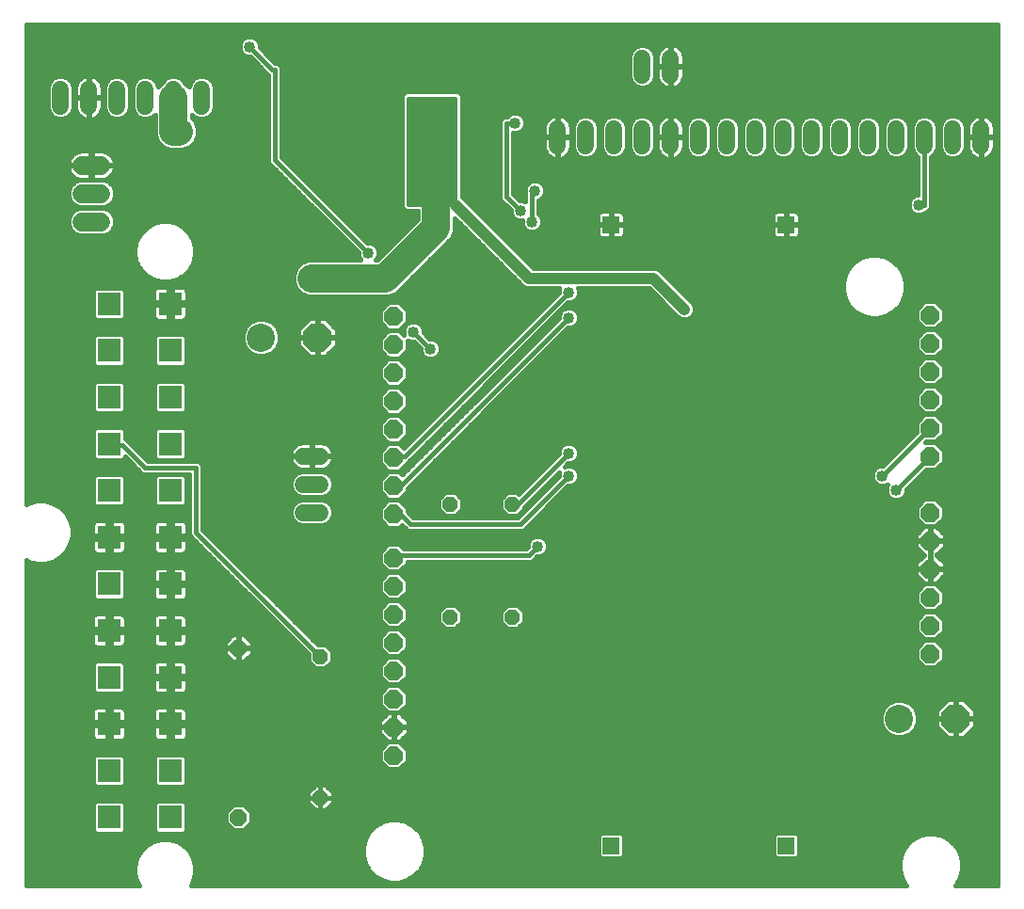
<source format=gbl>
G75*
G70*
%OFA0B0*%
%FSLAX24Y24*%
%IPPOS*%
%LPD*%
%AMOC8*
5,1,8,0,0,1.08239X$1,22.5*
%
%ADD10C,0.0600*%
%ADD11R,0.0594X0.0594*%
%ADD12OC8,0.0600*%
%ADD13R,0.0827X0.0827*%
%ADD14C,0.0594*%
%ADD15OC8,0.0520*%
%ADD16C,0.1000*%
%ADD17OC8,0.1000*%
%ADD18OC8,0.0660*%
%ADD19C,0.0660*%
%ADD20C,0.0160*%
%ADD21C,0.0886*%
%ADD22C,0.0400*%
%ADD23C,0.1000*%
%ADD24OC8,0.0396*%
%ADD25C,0.0100*%
%ADD26C,0.0400*%
%ADD27C,0.0150*%
D10*
X019401Y033906D02*
X019401Y034506D01*
X020401Y034506D02*
X020401Y033906D01*
X021401Y033906D02*
X021401Y034506D01*
X022401Y034506D02*
X022401Y033906D01*
X023401Y033906D02*
X023401Y034506D01*
X024401Y034506D02*
X024401Y033906D01*
X025401Y033906D02*
X025401Y034506D01*
X026401Y034506D02*
X026401Y033906D01*
X027401Y033906D02*
X027401Y034506D01*
X028401Y034506D02*
X028401Y033906D01*
X029401Y033906D02*
X029401Y034506D01*
X030401Y034506D02*
X030401Y033906D01*
X031401Y033906D02*
X031401Y034506D01*
X032401Y034506D02*
X032401Y033906D01*
X033401Y033906D02*
X033401Y034506D01*
X034401Y034506D02*
X034401Y033906D01*
X006801Y035306D02*
X006801Y035906D01*
X005801Y035906D02*
X005801Y035306D01*
X004801Y035306D02*
X004801Y035906D01*
X003801Y035906D02*
X003801Y035306D01*
X002801Y035306D02*
X002801Y035906D01*
X001801Y035906D02*
X001801Y035306D01*
D11*
X021301Y031106D03*
X027501Y031106D03*
X027501Y009106D03*
X021301Y009106D03*
D12*
X008101Y010106D03*
X008101Y016106D03*
D13*
X005683Y016726D03*
X005683Y015072D03*
X005683Y013419D03*
X005683Y011765D03*
X005683Y010112D03*
X003518Y010112D03*
X003518Y011765D03*
X003518Y013419D03*
X003518Y015072D03*
X003518Y016726D03*
X003518Y018380D03*
X003518Y020033D03*
X003518Y021687D03*
X003518Y023340D03*
X003518Y024994D03*
X003518Y026647D03*
X003518Y028301D03*
X005683Y028301D03*
X005683Y026647D03*
X005683Y024994D03*
X005683Y023340D03*
X005683Y021687D03*
X005683Y020033D03*
X005683Y018380D03*
D14*
X010404Y020906D02*
X010998Y020906D01*
X010998Y021906D02*
X010404Y021906D01*
X010404Y022906D02*
X010998Y022906D01*
X022401Y036409D02*
X022401Y037003D01*
X023401Y037003D02*
X023401Y036409D01*
D15*
X017801Y021206D03*
X015601Y021206D03*
X015601Y017206D03*
X017801Y017206D03*
X011001Y015806D03*
X011001Y010806D03*
D16*
X008901Y027106D03*
X031501Y013606D03*
D17*
X033501Y013606D03*
X010901Y027106D03*
D18*
X013601Y026856D03*
X013601Y027856D03*
X013601Y025856D03*
X013601Y024856D03*
X013601Y023856D03*
X013601Y022856D03*
X013601Y021856D03*
X013601Y020856D03*
X013601Y019306D03*
X013601Y018306D03*
X013601Y017306D03*
X013601Y016306D03*
X013601Y015306D03*
X013601Y014306D03*
X013601Y013306D03*
X013601Y012306D03*
X032601Y015906D03*
X032601Y016906D03*
X032601Y017906D03*
X032601Y018906D03*
X032601Y019906D03*
X032601Y020906D03*
X032601Y022906D03*
X032601Y023906D03*
X032601Y024906D03*
X032601Y025906D03*
X032601Y026906D03*
X032601Y027906D03*
D19*
X003231Y031206D02*
X002571Y031206D01*
X002571Y032206D02*
X003231Y032206D01*
X003231Y033206D02*
X002571Y033206D01*
D20*
X000601Y007706D02*
X004587Y007706D01*
X004505Y007848D01*
X004432Y008120D01*
X004432Y008402D01*
X004505Y008675D01*
X004646Y008919D01*
X004845Y009118D01*
X005089Y009259D01*
X005361Y009332D01*
X005643Y009332D01*
X005916Y009259D01*
X006160Y009118D01*
X006359Y008919D01*
X006500Y008675D01*
X006573Y008402D01*
X006573Y008120D01*
X006500Y007848D01*
X006418Y007706D01*
X031753Y007706D01*
X031731Y007729D01*
X031584Y007982D01*
X031509Y008264D01*
X031509Y008556D01*
X031584Y008839D01*
X031731Y009092D01*
X031937Y009298D01*
X032190Y009445D01*
X032473Y009520D01*
X032765Y009520D01*
X033047Y009445D01*
X033300Y009298D01*
X033507Y009092D01*
X033653Y008839D01*
X033729Y008556D01*
X033729Y008264D01*
X033653Y007982D01*
X033507Y007729D01*
X033484Y007706D01*
X034991Y007706D01*
X034991Y038206D01*
X000601Y038206D01*
X000601Y021199D01*
X000672Y021241D01*
X000955Y021316D01*
X001247Y021316D01*
X001529Y021241D01*
X001782Y021094D01*
X001989Y020888D01*
X002135Y020635D01*
X002211Y020352D01*
X002211Y020060D01*
X002135Y019778D01*
X001989Y019525D01*
X001782Y019318D01*
X001529Y019172D01*
X001247Y019096D01*
X000955Y019096D01*
X000672Y019172D01*
X000601Y019213D01*
X000601Y007706D01*
X000601Y007840D02*
X004509Y007840D01*
X004464Y007999D02*
X000601Y007999D01*
X000601Y008158D02*
X004432Y008158D01*
X004432Y008316D02*
X000601Y008316D01*
X000601Y008475D02*
X004451Y008475D01*
X004494Y008633D02*
X000601Y008633D01*
X000601Y008792D02*
X004572Y008792D01*
X004677Y008950D02*
X000601Y008950D01*
X000601Y009109D02*
X004836Y009109D01*
X005120Y009267D02*
X000601Y009267D01*
X000601Y009426D02*
X012635Y009426D01*
X012584Y009339D02*
X012731Y009592D01*
X012937Y009798D01*
X013190Y009945D01*
X013473Y010020D01*
X013765Y010020D01*
X014047Y009945D01*
X014300Y009798D01*
X014507Y009592D01*
X014653Y009339D01*
X014729Y009056D01*
X014729Y008764D01*
X014653Y008482D01*
X014507Y008229D01*
X014300Y008022D01*
X014047Y007876D01*
X013765Y007800D01*
X013473Y007800D01*
X013190Y007876D01*
X012937Y008022D01*
X012731Y008229D01*
X012584Y008482D01*
X012509Y008764D01*
X012509Y009056D01*
X012584Y009339D01*
X012565Y009267D02*
X005884Y009267D01*
X006169Y009109D02*
X012523Y009109D01*
X012509Y008950D02*
X006327Y008950D01*
X006432Y008792D02*
X012509Y008792D01*
X012544Y008633D02*
X006511Y008633D01*
X006554Y008475D02*
X012589Y008475D01*
X012680Y008316D02*
X006573Y008316D01*
X006573Y008158D02*
X012802Y008158D01*
X012977Y007999D02*
X006540Y007999D01*
X006495Y007840D02*
X013323Y007840D01*
X013915Y007840D02*
X031666Y007840D01*
X031580Y007999D02*
X014260Y007999D01*
X014436Y008158D02*
X031537Y008158D01*
X031509Y008316D02*
X014557Y008316D01*
X014649Y008475D02*
X031509Y008475D01*
X031529Y008633D02*
X014694Y008633D01*
X014729Y008792D02*
X020844Y008792D01*
X020844Y008743D02*
X020938Y008649D01*
X021664Y008649D01*
X021758Y008743D01*
X021758Y009469D01*
X021664Y009563D01*
X020938Y009563D01*
X020844Y009469D01*
X020844Y008743D01*
X020844Y008950D02*
X014729Y008950D01*
X014715Y009109D02*
X020844Y009109D01*
X020844Y009267D02*
X014672Y009267D01*
X014603Y009426D02*
X020844Y009426D01*
X021758Y009426D02*
X027044Y009426D01*
X027044Y009469D02*
X027044Y008743D01*
X027138Y008649D01*
X027864Y008649D01*
X027958Y008743D01*
X027958Y009469D01*
X027864Y009563D01*
X027138Y009563D01*
X027044Y009469D01*
X027044Y009267D02*
X021758Y009267D01*
X021758Y009109D02*
X027044Y009109D01*
X027044Y008950D02*
X021758Y008950D01*
X021758Y008792D02*
X027044Y008792D01*
X027958Y008792D02*
X031572Y008792D01*
X031649Y008950D02*
X027958Y008950D01*
X027958Y009109D02*
X031748Y009109D01*
X031906Y009267D02*
X027958Y009267D01*
X027958Y009426D02*
X032158Y009426D01*
X033079Y009426D02*
X034991Y009426D01*
X034991Y009584D02*
X014511Y009584D01*
X014356Y009743D02*
X034991Y009743D01*
X034991Y009902D02*
X014122Y009902D01*
X013116Y009902D02*
X008547Y009902D01*
X008561Y009916D02*
X008291Y009646D01*
X007910Y009646D01*
X007641Y009916D01*
X007641Y010297D01*
X007910Y010566D01*
X008291Y010566D01*
X008561Y010297D01*
X008561Y009916D01*
X008561Y010060D02*
X034991Y010060D01*
X034991Y010219D02*
X008561Y010219D01*
X008480Y010377D02*
X010808Y010377D01*
X010819Y010366D02*
X010561Y010624D01*
X010561Y010806D01*
X011000Y010806D01*
X011000Y010806D01*
X011001Y010806D02*
X011001Y010806D01*
X011001Y010366D01*
X011183Y010366D01*
X011441Y010624D01*
X011441Y010806D01*
X011001Y010806D01*
X011001Y010806D01*
X011001Y010366D01*
X010819Y010366D01*
X011001Y010377D02*
X011001Y010377D01*
X011001Y010536D02*
X011001Y010536D01*
X011001Y010694D02*
X011001Y010694D01*
X011000Y010806D02*
X010561Y010806D01*
X010561Y010989D01*
X010819Y011246D01*
X011001Y011246D01*
X011001Y010807D01*
X011001Y010807D01*
X011001Y011246D01*
X011183Y011246D01*
X011441Y010989D01*
X011441Y010806D01*
X011001Y010806D01*
X011001Y010853D02*
X011001Y010853D01*
X011001Y011011D02*
X011001Y011011D01*
X011001Y011170D02*
X011001Y011170D01*
X011259Y011170D02*
X034991Y011170D01*
X034991Y011328D02*
X006257Y011328D01*
X006257Y011286D02*
X006257Y012245D01*
X006163Y012339D01*
X005204Y012339D01*
X005110Y012245D01*
X005110Y011286D01*
X005204Y011192D01*
X006163Y011192D01*
X006257Y011286D01*
X006257Y011487D02*
X034991Y011487D01*
X034991Y011646D02*
X006257Y011646D01*
X006257Y011804D02*
X034991Y011804D01*
X034991Y011963D02*
X013950Y011963D01*
X014091Y012103D02*
X013804Y011816D01*
X013398Y011816D01*
X013111Y012103D01*
X013111Y012509D01*
X013398Y012796D01*
X013804Y012796D01*
X014091Y012509D01*
X014091Y012103D01*
X014091Y012121D02*
X034991Y012121D01*
X034991Y012280D02*
X014091Y012280D01*
X014091Y012438D02*
X034991Y012438D01*
X034991Y012597D02*
X014003Y012597D01*
X013845Y012755D02*
X034991Y012755D01*
X034991Y012914D02*
X013930Y012914D01*
X013812Y012796D02*
X014111Y013095D01*
X014111Y013288D01*
X013619Y013288D01*
X013619Y012796D01*
X013812Y012796D01*
X013619Y012914D02*
X013582Y012914D01*
X013582Y012796D02*
X013390Y012796D01*
X013091Y013095D01*
X013091Y013288D01*
X013582Y013288D01*
X013582Y013325D01*
X013091Y013325D01*
X013091Y013518D01*
X013390Y013816D01*
X013582Y013816D01*
X013582Y013325D01*
X013619Y013325D01*
X013619Y013816D01*
X013812Y013816D01*
X014111Y013518D01*
X014111Y013325D01*
X013619Y013325D01*
X013619Y013288D01*
X013582Y013288D01*
X013582Y012796D01*
X013357Y012755D02*
X000601Y012755D01*
X000601Y012597D02*
X013198Y012597D01*
X013111Y012438D02*
X000601Y012438D01*
X000601Y012280D02*
X002979Y012280D01*
X002945Y012245D02*
X002945Y011286D01*
X003038Y011192D01*
X003998Y011192D01*
X004091Y011286D01*
X004091Y012245D01*
X003998Y012339D01*
X003038Y012339D01*
X002945Y012245D01*
X002945Y012121D02*
X000601Y012121D01*
X000601Y011963D02*
X002945Y011963D01*
X002945Y011804D02*
X000601Y011804D01*
X000601Y011646D02*
X002945Y011646D01*
X002945Y011487D02*
X000601Y011487D01*
X000601Y011328D02*
X002945Y011328D01*
X003038Y010685D02*
X002945Y010591D01*
X002945Y009632D01*
X003038Y009538D01*
X003998Y009538D01*
X004091Y009632D01*
X004091Y010591D01*
X003998Y010685D01*
X003038Y010685D01*
X002945Y010536D02*
X000601Y010536D01*
X000601Y010694D02*
X010561Y010694D01*
X010561Y010853D02*
X000601Y010853D01*
X000601Y011011D02*
X010584Y011011D01*
X010742Y011170D02*
X000601Y011170D01*
X000601Y010377D02*
X002945Y010377D01*
X002945Y010219D02*
X000601Y010219D01*
X000601Y010060D02*
X002945Y010060D01*
X002945Y009902D02*
X000601Y009902D01*
X000601Y009743D02*
X002945Y009743D01*
X002992Y009584D02*
X000601Y009584D01*
X002994Y012861D02*
X003035Y012838D01*
X003081Y012826D01*
X003460Y012826D01*
X003460Y013361D01*
X002925Y013361D01*
X002925Y012982D01*
X002937Y012936D01*
X002961Y012895D01*
X002994Y012861D01*
X002950Y012914D02*
X000601Y012914D01*
X000601Y013072D02*
X002925Y013072D01*
X002925Y013231D02*
X000601Y013231D01*
X000601Y013389D02*
X003460Y013389D01*
X003460Y013361D02*
X003460Y013477D01*
X003460Y014012D01*
X003081Y014012D01*
X003035Y014000D01*
X002994Y013976D01*
X002961Y013943D01*
X002937Y013902D01*
X002925Y013856D01*
X002925Y013477D01*
X003460Y013477D01*
X003576Y013477D01*
X003576Y014012D01*
X003955Y014012D01*
X004001Y014000D01*
X004042Y013976D01*
X004076Y013943D01*
X004099Y013902D01*
X004111Y013856D01*
X004111Y013477D01*
X003576Y013477D01*
X003576Y013361D01*
X003576Y012826D01*
X003955Y012826D01*
X004001Y012838D01*
X004042Y012861D01*
X004076Y012895D01*
X004099Y012936D01*
X004111Y012982D01*
X004111Y013361D01*
X003576Y013361D01*
X003460Y013361D01*
X003576Y013389D02*
X005625Y013389D01*
X005625Y013361D02*
X005090Y013361D01*
X005090Y012982D01*
X005102Y012936D01*
X005126Y012895D01*
X005160Y012861D01*
X005201Y012838D01*
X005246Y012826D01*
X005626Y012826D01*
X005626Y013361D01*
X005741Y013361D01*
X005741Y012826D01*
X006121Y012826D01*
X006166Y012838D01*
X006207Y012861D01*
X006241Y012895D01*
X006265Y012936D01*
X006277Y012982D01*
X006277Y013361D01*
X005741Y013361D01*
X005741Y013477D01*
X005626Y013477D01*
X005626Y014012D01*
X005246Y014012D01*
X005201Y014000D01*
X005160Y013976D01*
X005126Y013943D01*
X005102Y013902D01*
X005090Y013856D01*
X005090Y013477D01*
X005625Y013477D01*
X005625Y013361D01*
X005741Y013389D02*
X013091Y013389D01*
X013091Y013231D02*
X006277Y013231D01*
X006277Y013072D02*
X013113Y013072D01*
X013272Y012914D02*
X006252Y012914D01*
X005741Y012914D02*
X005626Y012914D01*
X005626Y013072D02*
X005741Y013072D01*
X005741Y013231D02*
X005626Y013231D01*
X005741Y013477D02*
X006277Y013477D01*
X006277Y013856D01*
X006265Y013902D01*
X006241Y013943D01*
X006207Y013976D01*
X006166Y014000D01*
X006121Y014012D01*
X005741Y014012D01*
X005741Y013477D01*
X005741Y013548D02*
X005626Y013548D01*
X005626Y013707D02*
X005741Y013707D01*
X005741Y013865D02*
X005626Y013865D01*
X005093Y013865D02*
X004109Y013865D01*
X004111Y013707D02*
X005090Y013707D01*
X005090Y013548D02*
X004111Y013548D01*
X004111Y013231D02*
X005090Y013231D01*
X005090Y013072D02*
X004111Y013072D01*
X004086Y012914D02*
X005115Y012914D01*
X005145Y012280D02*
X004057Y012280D01*
X004091Y012121D02*
X005110Y012121D01*
X005110Y011963D02*
X004091Y011963D01*
X004091Y011804D02*
X005110Y011804D01*
X005110Y011646D02*
X004091Y011646D01*
X004091Y011487D02*
X005110Y011487D01*
X005110Y011328D02*
X004091Y011328D01*
X004091Y010536D02*
X005110Y010536D01*
X005110Y010591D02*
X005110Y009632D01*
X005204Y009538D01*
X006163Y009538D01*
X006257Y009632D01*
X006257Y010591D01*
X006163Y010685D01*
X005204Y010685D01*
X005110Y010591D01*
X005110Y010377D02*
X004091Y010377D01*
X004091Y010219D02*
X005110Y010219D01*
X005110Y010060D02*
X004091Y010060D01*
X004091Y009902D02*
X005110Y009902D01*
X005110Y009743D02*
X004091Y009743D01*
X004044Y009584D02*
X005158Y009584D01*
X006209Y009584D02*
X012726Y009584D01*
X012882Y009743D02*
X008388Y009743D01*
X007814Y009743D02*
X006257Y009743D01*
X006257Y009902D02*
X007655Y009902D01*
X007641Y010060D02*
X006257Y010060D01*
X006257Y010219D02*
X007641Y010219D01*
X007721Y010377D02*
X006257Y010377D01*
X006257Y010536D02*
X007880Y010536D01*
X008322Y010536D02*
X010649Y010536D01*
X011194Y010377D02*
X034991Y010377D01*
X034991Y010536D02*
X011352Y010536D01*
X011441Y010694D02*
X034991Y010694D01*
X034991Y010853D02*
X011441Y010853D01*
X011418Y011011D02*
X034991Y011011D01*
X034991Y009267D02*
X033331Y009267D01*
X033490Y009109D02*
X034991Y009109D01*
X034991Y008950D02*
X033589Y008950D01*
X033666Y008792D02*
X034991Y008792D01*
X034991Y008633D02*
X033708Y008633D01*
X033729Y008475D02*
X034991Y008475D01*
X034991Y008316D02*
X033729Y008316D01*
X033700Y008158D02*
X034991Y008158D01*
X034991Y007999D02*
X033658Y007999D01*
X033571Y007840D02*
X034991Y007840D01*
X033782Y012926D02*
X034181Y013325D01*
X034181Y013586D01*
X033521Y013586D01*
X033521Y012926D01*
X033782Y012926D01*
X033929Y013072D02*
X034991Y013072D01*
X034991Y013231D02*
X034087Y013231D01*
X034181Y013389D02*
X034991Y013389D01*
X034991Y013548D02*
X034181Y013548D01*
X034181Y013626D02*
X034181Y013888D01*
X033782Y014286D01*
X033521Y014286D01*
X033521Y013627D01*
X033481Y013627D01*
X033481Y014286D01*
X033219Y014286D01*
X032821Y013888D01*
X032821Y013626D01*
X033481Y013626D01*
X033481Y013586D01*
X033521Y013586D01*
X033521Y013626D01*
X034181Y013626D01*
X034181Y013707D02*
X034991Y013707D01*
X034991Y013865D02*
X034181Y013865D01*
X034045Y014024D02*
X034991Y014024D01*
X034991Y014182D02*
X033886Y014182D01*
X033521Y014182D02*
X033481Y014182D01*
X033481Y014024D02*
X033521Y014024D01*
X033521Y013865D02*
X033481Y013865D01*
X033481Y013707D02*
X033521Y013707D01*
X033481Y013586D02*
X032821Y013586D01*
X032821Y013325D01*
X033219Y012926D01*
X033481Y012926D01*
X033481Y013586D01*
X033481Y013548D02*
X033521Y013548D01*
X033521Y013389D02*
X033481Y013389D01*
X033481Y013231D02*
X033521Y013231D01*
X033521Y013072D02*
X033481Y013072D01*
X033073Y013072D02*
X031900Y013072D01*
X031875Y013047D02*
X032060Y013232D01*
X032161Y013475D01*
X032161Y013738D01*
X032060Y013980D01*
X031875Y014166D01*
X031632Y014266D01*
X031369Y014266D01*
X031127Y014166D01*
X030941Y013980D01*
X030841Y013738D01*
X030841Y013475D01*
X030941Y013232D01*
X031127Y013047D01*
X031369Y012946D01*
X031632Y012946D01*
X031875Y013047D01*
X032059Y013231D02*
X032914Y013231D01*
X032821Y013389D02*
X032125Y013389D01*
X032161Y013548D02*
X032821Y013548D01*
X032821Y013707D02*
X032161Y013707D01*
X032108Y013865D02*
X032821Y013865D01*
X032957Y014024D02*
X032017Y014024D01*
X031835Y014182D02*
X033115Y014182D01*
X032804Y015416D02*
X032398Y015416D01*
X032111Y015703D01*
X032111Y016109D01*
X032398Y016396D01*
X032804Y016396D01*
X033091Y016109D01*
X033091Y015703D01*
X032804Y015416D01*
X032838Y015451D02*
X034991Y015451D01*
X034991Y015609D02*
X032996Y015609D01*
X033091Y015768D02*
X034991Y015768D01*
X034991Y015926D02*
X033091Y015926D01*
X033091Y016085D02*
X034991Y016085D01*
X034991Y016243D02*
X032957Y016243D01*
X032804Y016416D02*
X032398Y016416D01*
X032111Y016703D01*
X032111Y017109D01*
X032398Y017396D01*
X032804Y017396D01*
X033091Y017109D01*
X033091Y016703D01*
X032804Y016416D01*
X032948Y016560D02*
X034991Y016560D01*
X034991Y016402D02*
X014091Y016402D01*
X014091Y016509D02*
X013804Y016796D01*
X013398Y016796D01*
X013111Y016509D01*
X013111Y016103D01*
X013398Y015816D01*
X013804Y015816D01*
X014091Y016103D01*
X014091Y016509D01*
X014040Y016560D02*
X032254Y016560D01*
X032111Y016719D02*
X013881Y016719D01*
X013804Y016816D02*
X014091Y017103D01*
X014091Y017509D01*
X013804Y017796D01*
X013398Y017796D01*
X013111Y017509D01*
X013111Y017103D01*
X013398Y016816D01*
X013804Y016816D01*
X013865Y016877D02*
X015336Y016877D01*
X015427Y016786D02*
X015775Y016786D01*
X016021Y017032D01*
X016021Y017380D01*
X015775Y017626D01*
X015427Y017626D01*
X015181Y017380D01*
X015181Y017032D01*
X015427Y016786D01*
X015181Y017036D02*
X014023Y017036D01*
X014091Y017195D02*
X015181Y017195D01*
X015181Y017353D02*
X014091Y017353D01*
X014088Y017512D02*
X015312Y017512D01*
X015889Y017512D02*
X017512Y017512D01*
X017627Y017626D02*
X017381Y017380D01*
X017381Y017032D01*
X017627Y016786D01*
X017975Y016786D01*
X018221Y017032D01*
X018221Y017380D01*
X017975Y017626D01*
X017627Y017626D01*
X017381Y017353D02*
X016021Y017353D01*
X016021Y017195D02*
X017381Y017195D01*
X017381Y017036D02*
X016021Y017036D01*
X015866Y016877D02*
X017536Y016877D01*
X018066Y016877D02*
X032111Y016877D01*
X032111Y017036D02*
X018221Y017036D01*
X018221Y017195D02*
X032196Y017195D01*
X032355Y017353D02*
X018221Y017353D01*
X018089Y017512D02*
X032303Y017512D01*
X032398Y017416D02*
X032111Y017703D01*
X032111Y018109D01*
X032398Y018396D01*
X032804Y018396D01*
X033091Y018109D01*
X033091Y017703D01*
X032804Y017416D01*
X032398Y017416D01*
X032144Y017670D02*
X013930Y017670D01*
X013804Y017816D02*
X014091Y018103D01*
X014091Y018509D01*
X013804Y018796D01*
X013398Y018796D01*
X013111Y018509D01*
X013111Y018103D01*
X013398Y017816D01*
X013804Y017816D01*
X013816Y017829D02*
X032111Y017829D01*
X032111Y017987D02*
X013975Y017987D01*
X014091Y018146D02*
X032147Y018146D01*
X032306Y018304D02*
X014091Y018304D01*
X014091Y018463D02*
X032323Y018463D01*
X032390Y018396D02*
X032091Y018695D01*
X032091Y018888D01*
X032582Y018888D01*
X032582Y018925D01*
X032091Y018925D01*
X032091Y019118D01*
X032380Y019406D01*
X032091Y019695D01*
X032091Y019888D01*
X032582Y019888D01*
X032582Y019925D01*
X032091Y019925D01*
X032091Y020118D01*
X032390Y020416D01*
X032582Y020416D01*
X032582Y019925D01*
X032619Y019925D01*
X032619Y020416D01*
X032812Y020416D01*
X033111Y020118D01*
X033111Y019925D01*
X032619Y019925D01*
X032619Y019888D01*
X032619Y019416D01*
X032619Y018925D01*
X032582Y018925D01*
X032582Y019416D01*
X032582Y019888D01*
X032619Y019888D01*
X033111Y019888D01*
X033111Y019695D01*
X032822Y019406D01*
X033111Y019118D01*
X033111Y018925D01*
X032619Y018925D01*
X032619Y018888D01*
X032619Y018396D01*
X032812Y018396D01*
X033111Y018695D01*
X033111Y018888D01*
X032619Y018888D01*
X032582Y018888D01*
X032582Y018396D01*
X032390Y018396D01*
X032582Y018463D02*
X032619Y018463D01*
X032619Y018621D02*
X032582Y018621D01*
X032582Y018780D02*
X032619Y018780D01*
X032619Y018939D02*
X032582Y018939D01*
X032582Y019097D02*
X032619Y019097D01*
X032619Y019256D02*
X032582Y019256D01*
X032582Y019414D02*
X032619Y019414D01*
X032619Y019573D02*
X032582Y019573D01*
X032582Y019731D02*
X032619Y019731D01*
X032619Y019890D02*
X034991Y019890D01*
X034991Y020048D02*
X033111Y020048D01*
X033021Y020207D02*
X034991Y020207D01*
X034991Y020365D02*
X032863Y020365D01*
X032804Y020416D02*
X033091Y020703D01*
X033091Y021109D01*
X032804Y021396D01*
X032398Y021396D01*
X032111Y021109D01*
X032111Y020703D01*
X032398Y020416D01*
X032804Y020416D01*
X032911Y020524D02*
X034991Y020524D01*
X034991Y020682D02*
X033070Y020682D01*
X033091Y020841D02*
X034991Y020841D01*
X034991Y021000D02*
X033091Y021000D01*
X033042Y021158D02*
X034991Y021158D01*
X034991Y021317D02*
X032883Y021317D01*
X032318Y021317D02*
X019243Y021317D01*
X019085Y021158D02*
X032160Y021158D01*
X032111Y021000D02*
X018926Y021000D01*
X018768Y020841D02*
X032111Y020841D01*
X032132Y020682D02*
X018609Y020682D01*
X018451Y020524D02*
X032290Y020524D01*
X032339Y020365D02*
X018292Y020365D01*
X018336Y020409D02*
X019773Y021846D01*
X019872Y021846D01*
X020005Y021901D01*
X020106Y022002D01*
X020161Y022135D01*
X020161Y022278D01*
X020106Y022410D01*
X020005Y022511D01*
X019872Y022566D01*
X019729Y022566D01*
X019667Y022541D01*
X019773Y022646D01*
X019872Y022646D01*
X020005Y022701D01*
X020106Y022802D01*
X020161Y022935D01*
X020161Y023078D01*
X020106Y023210D01*
X020005Y023311D01*
X019872Y023366D01*
X019729Y023366D01*
X019597Y023311D01*
X019496Y023210D01*
X019441Y023078D01*
X019441Y022979D01*
X018032Y021569D01*
X017975Y021626D01*
X017627Y021626D01*
X017381Y021380D01*
X017381Y021032D01*
X017627Y020786D01*
X017975Y020786D01*
X018221Y021032D01*
X018221Y021094D01*
X018236Y021109D01*
X019466Y022340D01*
X019441Y022278D01*
X019441Y022179D01*
X018003Y020741D01*
X014298Y020741D01*
X014136Y020904D01*
X014091Y020949D01*
X014091Y021059D01*
X013804Y021346D01*
X013398Y021346D01*
X013111Y021059D01*
X013111Y020653D01*
X013398Y020366D01*
X013804Y020366D01*
X013906Y020469D01*
X014103Y020271D01*
X014298Y020271D01*
X018198Y020271D01*
X018336Y020409D01*
X018497Y020011D02*
X018396Y019910D01*
X018341Y019778D01*
X018341Y019679D01*
X018303Y019641D01*
X013959Y019641D01*
X013804Y019796D01*
X013398Y019796D01*
X013111Y019509D01*
X013111Y019103D01*
X013398Y018816D01*
X013804Y018816D01*
X014091Y019103D01*
X014091Y019171D01*
X018498Y019171D01*
X018636Y019309D01*
X018673Y019346D01*
X018772Y019346D01*
X018905Y019401D01*
X019006Y019502D01*
X019061Y019635D01*
X019061Y019778D01*
X019006Y019910D01*
X018905Y020011D01*
X018772Y020066D01*
X018629Y020066D01*
X018497Y020011D01*
X018586Y020048D02*
X007091Y020048D01*
X007250Y019890D02*
X018387Y019890D01*
X018341Y019731D02*
X013869Y019731D01*
X013333Y019731D02*
X007408Y019731D01*
X007567Y019573D02*
X013174Y019573D01*
X013111Y019414D02*
X007725Y019414D01*
X007884Y019256D02*
X013111Y019256D01*
X013117Y019097D02*
X008042Y019097D01*
X008201Y018939D02*
X013276Y018939D01*
X013382Y018780D02*
X008359Y018780D01*
X008518Y018621D02*
X013223Y018621D01*
X013111Y018463D02*
X008676Y018463D01*
X008835Y018304D02*
X013111Y018304D01*
X013111Y018146D02*
X008994Y018146D01*
X009152Y017987D02*
X013227Y017987D01*
X013385Y017829D02*
X009311Y017829D01*
X009469Y017670D02*
X013272Y017670D01*
X013113Y017512D02*
X009628Y017512D01*
X009786Y017353D02*
X013111Y017353D01*
X013111Y017195D02*
X009945Y017195D01*
X010103Y017036D02*
X013178Y017036D01*
X013337Y016877D02*
X010262Y016877D01*
X010420Y016719D02*
X013320Y016719D01*
X013162Y016560D02*
X010579Y016560D01*
X010738Y016402D02*
X013111Y016402D01*
X013111Y016243D02*
X010896Y016243D01*
X010913Y016226D02*
X006836Y020304D01*
X006836Y022409D01*
X006836Y022604D01*
X006698Y022741D01*
X004898Y022741D01*
X004236Y023404D01*
X004098Y023541D01*
X004091Y023541D01*
X004091Y023820D01*
X003998Y023914D01*
X003038Y023914D01*
X002945Y023820D01*
X002945Y022860D01*
X003038Y022767D01*
X003998Y022767D01*
X004091Y022860D01*
X004091Y022883D01*
X004703Y022271D01*
X004898Y022271D01*
X006366Y022271D01*
X006366Y020109D01*
X006503Y019971D01*
X010581Y015894D01*
X010581Y015632D01*
X010827Y015386D01*
X011175Y015386D01*
X011421Y015632D01*
X011421Y015980D01*
X011175Y016226D01*
X010913Y016226D01*
X011316Y016085D02*
X013129Y016085D01*
X013288Y015926D02*
X011421Y015926D01*
X011421Y015768D02*
X013369Y015768D01*
X013398Y015796D02*
X013111Y015509D01*
X013111Y015103D01*
X013398Y014816D01*
X013804Y014816D01*
X034991Y014816D01*
X034991Y014658D02*
X013942Y014658D01*
X013804Y014796D02*
X014091Y014509D01*
X014091Y014103D01*
X013804Y013816D01*
X013398Y013816D01*
X013111Y014103D01*
X013111Y014509D01*
X013398Y014796D01*
X013804Y014796D01*
X013804Y014816D02*
X014091Y015103D01*
X014091Y015509D01*
X013804Y015796D01*
X013398Y015796D01*
X013211Y015609D02*
X011398Y015609D01*
X011239Y015451D02*
X013111Y015451D01*
X013111Y015292D02*
X006277Y015292D01*
X006277Y015451D02*
X010763Y015451D01*
X010604Y015609D02*
X006228Y015609D01*
X006241Y015596D02*
X006207Y015630D01*
X006166Y015654D01*
X006121Y015666D01*
X005741Y015666D01*
X005741Y015130D01*
X005626Y015130D01*
X005626Y015666D01*
X005246Y015666D01*
X005201Y015654D01*
X005160Y015630D01*
X005126Y015596D01*
X005102Y015555D01*
X005090Y015510D01*
X005090Y015130D01*
X005625Y015130D01*
X005625Y015015D01*
X005090Y015015D01*
X005090Y014635D01*
X005102Y014590D01*
X005126Y014549D01*
X005160Y014515D01*
X005201Y014491D01*
X005246Y014479D01*
X005626Y014479D01*
X005626Y015014D01*
X005741Y015014D01*
X005741Y014479D01*
X006121Y014479D01*
X006166Y014491D01*
X006207Y014515D01*
X006241Y014549D01*
X006265Y014590D01*
X006277Y014635D01*
X006277Y015015D01*
X005741Y015015D01*
X005741Y015130D01*
X006277Y015130D01*
X006277Y015510D01*
X006265Y015555D01*
X006241Y015596D01*
X005741Y015609D02*
X005626Y015609D01*
X005626Y015451D02*
X005741Y015451D01*
X005741Y015292D02*
X005626Y015292D01*
X005626Y015133D02*
X005741Y015133D01*
X005741Y014975D02*
X005626Y014975D01*
X005626Y014816D02*
X005741Y014816D01*
X005741Y014658D02*
X005626Y014658D01*
X005626Y014499D02*
X005741Y014499D01*
X006180Y014499D02*
X013111Y014499D01*
X013111Y014341D02*
X000601Y014341D01*
X000601Y014499D02*
X003038Y014499D01*
X002945Y014593D01*
X002945Y015552D01*
X003038Y015646D01*
X003998Y015646D01*
X004091Y015552D01*
X004091Y014593D01*
X003998Y014499D01*
X003038Y014499D01*
X002945Y014658D02*
X000601Y014658D01*
X000601Y014816D02*
X002945Y014816D01*
X002945Y014975D02*
X000601Y014975D01*
X000601Y015133D02*
X002945Y015133D01*
X002945Y015292D02*
X000601Y015292D01*
X000601Y015451D02*
X002945Y015451D01*
X003002Y015609D02*
X000601Y015609D01*
X000601Y015768D02*
X007761Y015768D01*
X007621Y015907D02*
X007902Y015626D01*
X008081Y015626D01*
X008081Y016086D01*
X008121Y016086D01*
X008121Y015626D01*
X008300Y015626D01*
X008581Y015907D01*
X008581Y016086D01*
X008121Y016086D01*
X008121Y016126D01*
X008581Y016126D01*
X008581Y016305D01*
X008300Y016586D01*
X008121Y016586D01*
X008121Y016127D01*
X008081Y016127D01*
X008081Y016586D01*
X007902Y016586D01*
X007621Y016305D01*
X007621Y016126D01*
X008081Y016126D01*
X008081Y016086D01*
X007621Y016086D01*
X007621Y015907D01*
X007621Y015926D02*
X000601Y015926D01*
X000601Y016085D02*
X007621Y016085D01*
X007621Y016243D02*
X006265Y016243D01*
X006277Y016289D01*
X006277Y016668D01*
X005741Y016668D01*
X005741Y016133D01*
X006121Y016133D01*
X006166Y016145D01*
X006207Y016169D01*
X006241Y016202D01*
X006265Y016243D01*
X006277Y016402D02*
X007718Y016402D01*
X007876Y016560D02*
X006277Y016560D01*
X006277Y016784D02*
X005741Y016784D01*
X005626Y016784D01*
X005626Y017319D01*
X005246Y017319D01*
X005201Y017307D01*
X005160Y017283D01*
X005126Y017250D01*
X005102Y017209D01*
X005090Y017163D01*
X005090Y016784D01*
X005625Y016784D01*
X005625Y016668D01*
X005090Y016668D01*
X005090Y016289D01*
X005102Y016243D01*
X004099Y016243D01*
X004111Y016289D01*
X004111Y016668D01*
X003576Y016668D01*
X003576Y016133D01*
X003955Y016133D01*
X004001Y016145D01*
X004042Y016169D01*
X004076Y016202D01*
X004099Y016243D01*
X004111Y016402D02*
X005090Y016402D01*
X005090Y016560D02*
X004111Y016560D01*
X004111Y016784D02*
X003576Y016784D01*
X003460Y016784D01*
X003460Y016668D01*
X002925Y016668D01*
X002925Y016289D01*
X002937Y016243D01*
X002961Y016202D01*
X002994Y016169D01*
X003035Y016145D01*
X003081Y016133D01*
X003460Y016133D01*
X003460Y016668D01*
X003576Y016668D01*
X003576Y016784D01*
X003576Y017319D01*
X003955Y017319D01*
X004001Y017307D01*
X004042Y017283D01*
X004076Y017250D01*
X004099Y017209D01*
X004111Y017163D01*
X004111Y016784D01*
X004111Y016877D02*
X005090Y016877D01*
X005090Y017036D02*
X004111Y017036D01*
X004103Y017195D02*
X005099Y017195D01*
X005626Y017195D02*
X005741Y017195D01*
X005741Y017319D02*
X005741Y016784D01*
X005741Y016668D01*
X005626Y016668D01*
X005626Y016133D01*
X005246Y016133D01*
X005201Y016145D01*
X005160Y016169D01*
X005126Y016202D01*
X005102Y016243D01*
X005626Y016243D02*
X005741Y016243D01*
X005741Y016402D02*
X005626Y016402D01*
X005626Y016560D02*
X005741Y016560D01*
X005741Y016719D02*
X009756Y016719D01*
X009914Y016560D02*
X008325Y016560D01*
X008121Y016560D02*
X008081Y016560D01*
X008081Y016402D02*
X008121Y016402D01*
X008121Y016243D02*
X008081Y016243D01*
X008081Y016085D02*
X008121Y016085D01*
X008121Y015926D02*
X008081Y015926D01*
X008081Y015768D02*
X008121Y015768D01*
X008441Y015768D02*
X010581Y015768D01*
X010549Y015926D02*
X008581Y015926D01*
X008581Y016085D02*
X010390Y016085D01*
X010231Y016243D02*
X008581Y016243D01*
X008484Y016402D02*
X010073Y016402D01*
X009597Y016877D02*
X006277Y016877D01*
X006277Y016784D02*
X006277Y017163D01*
X006265Y017209D01*
X006241Y017250D01*
X006207Y017283D01*
X006166Y017307D01*
X006121Y017319D01*
X005741Y017319D01*
X005741Y017036D02*
X005626Y017036D01*
X005626Y016877D02*
X005741Y016877D01*
X005625Y016719D02*
X003576Y016719D01*
X003460Y016719D02*
X000601Y016719D01*
X000601Y016877D02*
X002925Y016877D01*
X002925Y016784D02*
X003460Y016784D01*
X003460Y017319D01*
X003081Y017319D01*
X003035Y017307D01*
X002994Y017283D01*
X002961Y017250D01*
X002937Y017209D01*
X002925Y017163D01*
X002925Y016784D01*
X002925Y016560D02*
X000601Y016560D01*
X000601Y016402D02*
X002925Y016402D01*
X002937Y016243D02*
X000601Y016243D01*
X000601Y017036D02*
X002925Y017036D01*
X002933Y017195D02*
X000601Y017195D01*
X000601Y017353D02*
X009122Y017353D01*
X009280Y017195D02*
X006268Y017195D01*
X006277Y017036D02*
X009439Y017036D01*
X008963Y017512D02*
X000601Y017512D01*
X000601Y017670D02*
X008805Y017670D01*
X008646Y017829D02*
X006214Y017829D01*
X006207Y017822D02*
X006241Y017856D01*
X006265Y017897D01*
X006277Y017942D01*
X006277Y018322D01*
X005741Y018322D01*
X005741Y018321D02*
X005741Y017786D01*
X006121Y017786D01*
X006166Y017798D01*
X006207Y017822D01*
X006277Y017987D02*
X008487Y017987D01*
X008329Y018146D02*
X006277Y018146D01*
X006277Y018304D02*
X008170Y018304D01*
X008012Y018463D02*
X006277Y018463D01*
X006277Y018437D02*
X006277Y018817D01*
X006265Y018862D01*
X006241Y018903D01*
X006207Y018937D01*
X006166Y018961D01*
X006121Y018973D01*
X005741Y018973D01*
X005741Y018438D01*
X005626Y018438D01*
X005626Y018973D01*
X005246Y018973D01*
X005201Y018961D01*
X005160Y018937D01*
X005126Y018903D01*
X005102Y018862D01*
X005090Y018817D01*
X005090Y018437D01*
X005625Y018437D01*
X005625Y018322D01*
X005090Y018322D01*
X005090Y017942D01*
X005102Y017897D01*
X005126Y017856D01*
X005160Y017822D01*
X005201Y017798D01*
X005246Y017786D01*
X005626Y017786D01*
X005626Y018321D01*
X005741Y018321D01*
X005741Y018322D02*
X005741Y018437D01*
X006277Y018437D01*
X006277Y018621D02*
X007853Y018621D01*
X007695Y018780D02*
X006277Y018780D01*
X006205Y018939D02*
X007536Y018939D01*
X007378Y019097D02*
X001249Y019097D01*
X000952Y019097D02*
X000601Y019097D01*
X000601Y018939D02*
X003024Y018939D01*
X003038Y018953D02*
X002945Y018859D01*
X002945Y017900D01*
X003038Y017806D01*
X003998Y017806D01*
X004091Y017900D01*
X004091Y018859D01*
X003998Y018953D01*
X003038Y018953D01*
X002945Y018780D02*
X000601Y018780D01*
X000601Y018621D02*
X002945Y018621D01*
X002945Y018463D02*
X000601Y018463D01*
X000601Y018304D02*
X002945Y018304D01*
X002945Y018146D02*
X000601Y018146D01*
X000601Y017987D02*
X002945Y017987D01*
X003016Y017829D02*
X000601Y017829D01*
X001674Y019256D02*
X007219Y019256D01*
X007061Y019414D02*
X001878Y019414D01*
X002017Y019573D02*
X002931Y019573D01*
X002937Y019550D02*
X002961Y019509D01*
X002994Y019476D01*
X003035Y019452D01*
X003081Y019440D01*
X003460Y019440D01*
X003460Y019975D01*
X002925Y019975D01*
X002925Y019596D01*
X002937Y019550D01*
X002925Y019731D02*
X002108Y019731D01*
X002165Y019890D02*
X002925Y019890D01*
X002925Y020091D02*
X003460Y020091D01*
X003460Y019975D01*
X003576Y019975D01*
X003576Y019440D01*
X003955Y019440D01*
X004001Y019452D01*
X004042Y019476D01*
X004076Y019509D01*
X004099Y019550D01*
X004111Y019596D01*
X004111Y019975D01*
X003576Y019975D01*
X003576Y020091D01*
X003460Y020091D01*
X003460Y020626D01*
X003081Y020626D01*
X003035Y020614D01*
X002994Y020590D01*
X002961Y020557D01*
X002937Y020516D01*
X002925Y020470D01*
X002925Y020091D01*
X002925Y020207D02*
X002211Y020207D01*
X002207Y020365D02*
X002925Y020365D01*
X002942Y020524D02*
X002165Y020524D01*
X002107Y020682D02*
X006366Y020682D01*
X006366Y020524D02*
X006260Y020524D01*
X006265Y020516D02*
X006241Y020557D01*
X006207Y020590D01*
X006166Y020614D01*
X006121Y020626D01*
X005741Y020626D01*
X005741Y020091D01*
X005626Y020091D01*
X005626Y020626D01*
X005246Y020626D01*
X005201Y020614D01*
X005160Y020590D01*
X005126Y020557D01*
X005102Y020516D01*
X005090Y020470D01*
X005090Y020091D01*
X005625Y020091D01*
X005625Y019975D01*
X005090Y019975D01*
X005090Y019596D01*
X005102Y019550D01*
X005126Y019509D01*
X005160Y019476D01*
X005201Y019452D01*
X005246Y019440D01*
X005626Y019440D01*
X005626Y019975D01*
X005741Y019975D01*
X005741Y019440D01*
X006121Y019440D01*
X006166Y019452D01*
X006207Y019476D01*
X006241Y019509D01*
X006265Y019550D01*
X006277Y019596D01*
X006277Y019975D01*
X005741Y019975D01*
X005741Y020091D01*
X006277Y020091D01*
X006277Y020470D01*
X006265Y020516D01*
X006277Y020365D02*
X006366Y020365D01*
X006366Y020207D02*
X006277Y020207D01*
X006426Y020048D02*
X005741Y020048D01*
X005625Y020048D02*
X003576Y020048D01*
X003576Y020091D02*
X004111Y020091D01*
X004111Y020470D01*
X004099Y020516D01*
X004076Y020557D01*
X004042Y020590D01*
X004001Y020614D01*
X003955Y020626D01*
X003576Y020626D01*
X003576Y020091D01*
X003576Y020207D02*
X003460Y020207D01*
X003460Y020365D02*
X003576Y020365D01*
X003576Y020524D02*
X003460Y020524D01*
X003460Y020048D02*
X002207Y020048D01*
X002016Y020841D02*
X006366Y020841D01*
X006366Y021000D02*
X001877Y021000D01*
X001672Y021158D02*
X002994Y021158D01*
X003038Y021113D02*
X002945Y021207D01*
X002945Y022166D01*
X003038Y022260D01*
X003998Y022260D01*
X004091Y022166D01*
X004091Y021207D01*
X003998Y021113D01*
X003038Y021113D01*
X002945Y021317D02*
X000601Y021317D01*
X000601Y021475D02*
X002945Y021475D01*
X002945Y021634D02*
X000601Y021634D01*
X000601Y021792D02*
X002945Y021792D01*
X002945Y021951D02*
X000601Y021951D01*
X000601Y022109D02*
X002945Y022109D01*
X002945Y022902D02*
X000601Y022902D01*
X000601Y022744D02*
X004231Y022744D01*
X004390Y022585D02*
X000601Y022585D01*
X000601Y022426D02*
X004548Y022426D01*
X004896Y022744D02*
X009955Y022744D01*
X009962Y022723D02*
X009939Y022795D01*
X009927Y022869D01*
X009927Y022888D01*
X010682Y022888D01*
X010682Y022925D01*
X009927Y022925D01*
X009927Y022944D01*
X009939Y023018D01*
X009962Y023089D01*
X009996Y023156D01*
X010040Y023217D01*
X010093Y023270D01*
X010154Y023314D01*
X010221Y023348D01*
X010292Y023371D01*
X010366Y023383D01*
X010682Y023383D01*
X010682Y022925D01*
X010719Y022925D01*
X010719Y023383D01*
X011035Y023383D01*
X011109Y023371D01*
X011181Y023348D01*
X011248Y023314D01*
X011308Y023270D01*
X011361Y023217D01*
X011405Y023156D01*
X011440Y023089D01*
X011463Y023018D01*
X011474Y022944D01*
X011474Y022925D01*
X010719Y022925D01*
X010719Y022888D01*
X010719Y022429D01*
X011035Y022429D01*
X011109Y022441D01*
X011181Y022464D01*
X011248Y022498D01*
X011308Y022543D01*
X011361Y022596D01*
X011405Y022656D01*
X011440Y022723D01*
X011463Y022795D01*
X011474Y022869D01*
X011474Y022888D01*
X010719Y022888D01*
X010682Y022888D01*
X010682Y022429D01*
X010366Y022429D01*
X010292Y022441D01*
X010221Y022464D01*
X010154Y022498D01*
X010093Y022543D01*
X010040Y022596D01*
X009996Y022656D01*
X009962Y022723D01*
X010051Y022585D02*
X006836Y022585D01*
X006836Y022426D02*
X013338Y022426D01*
X013398Y022366D02*
X013804Y022366D01*
X014091Y022653D01*
X014091Y022671D01*
X014098Y022671D01*
X014236Y022809D01*
X019773Y028346D01*
X019872Y028346D01*
X020005Y028401D01*
X020106Y028502D01*
X020161Y028635D01*
X020161Y028778D01*
X020132Y028846D01*
X022652Y028846D01*
X023596Y027902D01*
X023697Y027801D01*
X023829Y027746D01*
X023972Y027746D01*
X024105Y027801D01*
X024206Y027902D01*
X024261Y028035D01*
X024261Y028178D01*
X024206Y028310D01*
X024105Y028411D01*
X023005Y029511D01*
X022872Y029566D01*
X022729Y029566D01*
X018550Y029566D01*
X016011Y032105D01*
X016011Y035693D01*
X015888Y035816D01*
X015714Y035816D01*
X014188Y035816D01*
X014014Y035816D01*
X013891Y035693D01*
X013891Y031719D01*
X014014Y031596D01*
X014188Y031596D01*
X014441Y031596D01*
X014441Y031280D01*
X013027Y029866D01*
X012970Y029866D01*
X013006Y029902D01*
X013061Y030035D01*
X013061Y030178D01*
X013006Y030310D01*
X012905Y030411D01*
X012772Y030466D01*
X012673Y030466D01*
X009636Y033504D01*
X009636Y036509D01*
X009636Y036704D01*
X009498Y036841D01*
X009398Y036841D01*
X008861Y037379D01*
X008861Y037478D01*
X008806Y037610D01*
X008705Y037711D01*
X008572Y037766D01*
X008429Y037766D01*
X008297Y037711D01*
X008196Y037610D01*
X008141Y037478D01*
X008141Y037335D01*
X008196Y037202D01*
X008297Y037101D01*
X008429Y037046D01*
X008528Y037046D01*
X009066Y036509D01*
X009166Y036409D01*
X009166Y033309D01*
X009303Y033171D01*
X012341Y030134D01*
X012341Y030035D01*
X012396Y029902D01*
X012432Y029866D01*
X010569Y029866D01*
X010327Y029766D01*
X010141Y029580D01*
X010041Y029338D01*
X010041Y029075D01*
X010141Y028832D01*
X010327Y028647D01*
X010569Y028546D01*
X013169Y028546D01*
X013432Y028546D01*
X013675Y028647D01*
X015660Y030632D01*
X015761Y030875D01*
X015761Y031138D01*
X015761Y031337D01*
X018096Y029002D01*
X018197Y028901D01*
X018329Y028846D01*
X019469Y028846D01*
X019441Y028778D01*
X019441Y028679D01*
X013956Y023194D01*
X013804Y023346D01*
X013398Y023346D01*
X013111Y023059D01*
X013111Y022653D01*
X013398Y022366D01*
X013398Y022346D02*
X013111Y022059D01*
X013111Y021653D01*
X013398Y021366D01*
X013804Y021366D01*
X014091Y021653D01*
X014091Y021764D01*
X014136Y021809D01*
X019773Y027446D01*
X019872Y027446D01*
X020005Y027501D01*
X020106Y027602D01*
X020161Y027735D01*
X020161Y027878D01*
X020106Y028010D01*
X020005Y028111D01*
X019872Y028166D01*
X019729Y028166D01*
X019597Y028111D01*
X019496Y028010D01*
X019441Y027878D01*
X019441Y027779D01*
X013906Y022244D01*
X013804Y022346D01*
X013398Y022346D01*
X013319Y022268D02*
X011282Y022268D01*
X011256Y022294D02*
X011089Y022363D01*
X010313Y022363D01*
X010145Y022294D01*
X010017Y022165D01*
X009947Y021997D01*
X009947Y021815D01*
X010017Y021647D01*
X010145Y021519D01*
X010313Y021449D01*
X011089Y021449D01*
X011256Y021519D01*
X011385Y021647D01*
X011454Y021815D01*
X011454Y021997D01*
X011385Y022165D01*
X011256Y022294D01*
X011408Y022109D02*
X013161Y022109D01*
X013111Y021951D02*
X011454Y021951D01*
X011445Y021792D02*
X013111Y021792D01*
X013130Y021634D02*
X011371Y021634D01*
X011151Y021475D02*
X013289Y021475D01*
X013368Y021317D02*
X011201Y021317D01*
X011256Y021294D02*
X011089Y021363D01*
X010313Y021363D01*
X010145Y021294D01*
X010017Y021165D01*
X009947Y020997D01*
X009947Y020815D01*
X010017Y020647D01*
X010145Y020519D01*
X010313Y020449D01*
X011089Y020449D01*
X011256Y020519D01*
X011385Y020647D01*
X011454Y020815D01*
X011454Y020997D01*
X011385Y021165D01*
X011256Y021294D01*
X011388Y021158D02*
X013210Y021158D01*
X013111Y021000D02*
X011453Y021000D01*
X011454Y020841D02*
X013111Y020841D01*
X013111Y020682D02*
X011399Y020682D01*
X011261Y020524D02*
X013240Y020524D01*
X014009Y020365D02*
X006836Y020365D01*
X006836Y020524D02*
X010140Y020524D01*
X010002Y020682D02*
X006836Y020682D01*
X006836Y020841D02*
X009947Y020841D01*
X009948Y021000D02*
X006836Y021000D01*
X006836Y021158D02*
X010014Y021158D01*
X010201Y021317D02*
X006836Y021317D01*
X006836Y021475D02*
X010251Y021475D01*
X010030Y021634D02*
X006836Y021634D01*
X006836Y021792D02*
X009957Y021792D01*
X009947Y021951D02*
X006836Y021951D01*
X006836Y022109D02*
X009994Y022109D01*
X010119Y022268D02*
X006836Y022268D01*
X006366Y022268D02*
X000601Y022268D01*
X000601Y023061D02*
X002945Y023061D01*
X002945Y023219D02*
X000601Y023219D01*
X000601Y023378D02*
X002945Y023378D01*
X002945Y023536D02*
X000601Y023536D01*
X000601Y023695D02*
X002945Y023695D01*
X002978Y023853D02*
X000601Y023853D01*
X000601Y024012D02*
X013111Y024012D01*
X013111Y024059D02*
X013111Y023653D01*
X013398Y023366D01*
X013804Y023366D01*
X014091Y023653D01*
X014091Y024059D01*
X013804Y024346D01*
X013398Y024346D01*
X013111Y024059D01*
X013222Y024170D02*
X000601Y024170D01*
X000601Y024329D02*
X013381Y024329D01*
X013398Y024366D02*
X013804Y024366D01*
X014091Y024653D01*
X014091Y025059D01*
X013804Y025346D01*
X013398Y025346D01*
X013111Y025059D01*
X013111Y024653D01*
X013398Y024366D01*
X013277Y024488D02*
X006230Y024488D01*
X006257Y024514D02*
X006257Y025473D01*
X006163Y025567D01*
X005204Y025567D01*
X005110Y025473D01*
X005110Y024514D01*
X005204Y024420D01*
X006163Y024420D01*
X006257Y024514D01*
X006257Y024646D02*
X013118Y024646D01*
X013111Y024805D02*
X006257Y024805D01*
X006257Y024963D02*
X013111Y024963D01*
X013173Y025122D02*
X006257Y025122D01*
X006257Y025280D02*
X013332Y025280D01*
X013398Y025366D02*
X013111Y025653D01*
X013111Y026059D01*
X013398Y026346D01*
X013804Y026346D01*
X014091Y026059D01*
X014091Y025653D01*
X013804Y025366D01*
X013398Y025366D01*
X013325Y025439D02*
X006257Y025439D01*
X006163Y026074D02*
X006257Y026168D01*
X006257Y027127D01*
X006163Y027221D01*
X005204Y027221D01*
X005110Y027127D01*
X005110Y026168D01*
X005204Y026074D01*
X006163Y026074D01*
X006257Y026231D02*
X013283Y026231D01*
X013398Y026366D02*
X013804Y026366D01*
X014091Y026653D01*
X014091Y027007D01*
X014097Y027001D01*
X014229Y026946D01*
X014328Y026946D01*
X014541Y026734D01*
X014541Y026635D01*
X014596Y026502D01*
X014697Y026401D01*
X014829Y026346D01*
X014972Y026346D01*
X015105Y026401D01*
X015206Y026502D01*
X015261Y026635D01*
X015261Y026778D01*
X015206Y026910D01*
X015105Y027011D01*
X014972Y027066D01*
X014873Y027066D01*
X014661Y027279D01*
X014661Y027378D01*
X014606Y027510D01*
X014505Y027611D01*
X014372Y027666D01*
X014229Y027666D01*
X014097Y027611D01*
X013996Y027510D01*
X013941Y027378D01*
X013941Y027235D01*
X013959Y027191D01*
X013804Y027346D01*
X013398Y027346D01*
X013111Y027059D01*
X013111Y026653D01*
X013398Y026366D01*
X013374Y026390D02*
X006257Y026390D01*
X006257Y026549D02*
X008525Y026549D01*
X008527Y026547D02*
X008769Y026446D01*
X009032Y026446D01*
X009275Y026547D01*
X009460Y026732D01*
X009561Y026975D01*
X009561Y027238D01*
X009460Y027480D01*
X009275Y027666D01*
X009032Y027766D01*
X008769Y027766D01*
X008527Y027666D01*
X008341Y027480D01*
X008241Y027238D01*
X008241Y026975D01*
X008341Y026732D01*
X008527Y026547D01*
X008367Y026707D02*
X006257Y026707D01*
X006257Y026866D02*
X008286Y026866D01*
X008241Y027024D02*
X006257Y027024D01*
X006201Y027183D02*
X008241Y027183D01*
X008284Y027341D02*
X000601Y027341D01*
X000601Y027183D02*
X003001Y027183D01*
X003038Y027221D02*
X002945Y027127D01*
X002945Y026168D01*
X003038Y026074D01*
X003998Y026074D01*
X004091Y026168D01*
X004091Y027127D01*
X003998Y027221D01*
X003038Y027221D01*
X002945Y027024D02*
X000601Y027024D01*
X000601Y026866D02*
X002945Y026866D01*
X002945Y026707D02*
X000601Y026707D01*
X000601Y026549D02*
X002945Y026549D01*
X002945Y026390D02*
X000601Y026390D01*
X000601Y026231D02*
X002945Y026231D01*
X003038Y025567D02*
X002945Y025473D01*
X002945Y024514D01*
X003038Y024420D01*
X003998Y024420D01*
X004091Y024514D01*
X004091Y025473D01*
X003998Y025567D01*
X003038Y025567D01*
X002945Y025439D02*
X000601Y025439D01*
X000601Y025597D02*
X013167Y025597D01*
X013111Y025756D02*
X000601Y025756D01*
X000601Y025914D02*
X013111Y025914D01*
X013125Y026073D02*
X000601Y026073D01*
X000601Y025280D02*
X002945Y025280D01*
X002945Y025122D02*
X000601Y025122D01*
X000601Y024963D02*
X002945Y024963D01*
X002945Y024805D02*
X000601Y024805D01*
X000601Y024646D02*
X002945Y024646D01*
X002971Y024488D02*
X000601Y024488D01*
X000601Y027500D02*
X008361Y027500D01*
X008520Y027658D02*
X000601Y027658D01*
X000601Y027817D02*
X002949Y027817D01*
X002945Y027821D02*
X003038Y027727D01*
X003998Y027727D01*
X004091Y027821D01*
X004091Y028780D01*
X003998Y028874D01*
X003038Y028874D01*
X002945Y028780D01*
X002945Y027821D01*
X002945Y027975D02*
X000601Y027975D01*
X000601Y028134D02*
X002945Y028134D01*
X002945Y028293D02*
X000601Y028293D01*
X000601Y028451D02*
X002945Y028451D01*
X002945Y028610D02*
X000601Y028610D01*
X000601Y028768D02*
X002945Y028768D01*
X004091Y028768D02*
X005098Y028768D01*
X005102Y028784D02*
X005090Y028738D01*
X005090Y028359D01*
X005625Y028359D01*
X005625Y028243D01*
X005090Y028243D01*
X005090Y027864D01*
X005102Y027818D01*
X005126Y027777D01*
X005160Y027743D01*
X005201Y027720D01*
X005246Y027707D01*
X005626Y027707D01*
X005626Y028243D01*
X005741Y028243D01*
X005741Y027707D01*
X006121Y027707D01*
X006166Y027720D01*
X006207Y027743D01*
X006241Y027777D01*
X006265Y027818D01*
X006277Y027864D01*
X006277Y028243D01*
X005741Y028243D01*
X005741Y028359D01*
X005626Y028359D01*
X005626Y028894D01*
X005246Y028894D01*
X005201Y028882D01*
X005160Y028858D01*
X005126Y028825D01*
X005102Y028784D01*
X005090Y028610D02*
X004091Y028610D01*
X004091Y028451D02*
X005090Y028451D01*
X005090Y028134D02*
X004091Y028134D01*
X004091Y028293D02*
X005625Y028293D01*
X005741Y028293D02*
X013344Y028293D01*
X013398Y028346D02*
X013111Y028059D01*
X013111Y027653D01*
X013398Y027366D01*
X013804Y027366D01*
X014091Y027653D01*
X014091Y028059D01*
X013804Y028346D01*
X013398Y028346D01*
X013186Y028134D02*
X006277Y028134D01*
X006277Y027975D02*
X013111Y027975D01*
X013111Y027817D02*
X006264Y027817D01*
X005741Y027817D02*
X005626Y027817D01*
X005626Y027975D02*
X005741Y027975D01*
X005741Y028134D02*
X005626Y028134D01*
X005741Y028359D02*
X006277Y028359D01*
X006277Y028738D01*
X006265Y028784D01*
X006241Y028825D01*
X006207Y028858D01*
X006166Y028882D01*
X006121Y028894D01*
X005741Y028894D01*
X005741Y028359D01*
X005741Y028451D02*
X005626Y028451D01*
X005626Y028610D02*
X005741Y028610D01*
X005741Y028768D02*
X005626Y028768D01*
X005643Y029081D02*
X005916Y029154D01*
X006160Y029295D01*
X006359Y029494D01*
X006500Y029738D01*
X006573Y030010D01*
X006573Y030292D01*
X006500Y030564D01*
X006359Y030809D01*
X006160Y031008D01*
X005916Y031149D01*
X005643Y031222D01*
X005361Y031222D01*
X005089Y031149D01*
X004845Y031008D01*
X004646Y030809D01*
X004505Y030564D01*
X004432Y030292D01*
X004432Y030010D01*
X004505Y029738D01*
X004646Y029494D01*
X004845Y029295D01*
X005089Y029154D01*
X005361Y029081D01*
X005643Y029081D01*
X005661Y029085D02*
X010041Y029085D01*
X010041Y029244D02*
X006072Y029244D01*
X006268Y029402D02*
X010068Y029402D01*
X010133Y029561D02*
X006398Y029561D01*
X006489Y029719D02*
X010281Y029719D01*
X010102Y028927D02*
X000601Y028927D01*
X000601Y029085D02*
X005344Y029085D01*
X004933Y029244D02*
X000601Y029244D01*
X000601Y029402D02*
X004737Y029402D01*
X004607Y029561D02*
X000601Y029561D01*
X000601Y029719D02*
X004515Y029719D01*
X004467Y029878D02*
X000601Y029878D01*
X000601Y030037D02*
X004432Y030037D01*
X004432Y030195D02*
X000601Y030195D01*
X000601Y030354D02*
X004448Y030354D01*
X004491Y030512D02*
X000601Y030512D01*
X000601Y030671D02*
X004566Y030671D01*
X004666Y030829D02*
X003547Y030829D01*
X003508Y030791D02*
X003646Y030929D01*
X003721Y031109D01*
X003721Y031304D01*
X003646Y031484D01*
X003508Y031622D01*
X010853Y031622D01*
X011011Y031463D02*
X003655Y031463D01*
X003720Y031305D02*
X011170Y031305D01*
X011328Y031146D02*
X005920Y031146D01*
X006180Y030988D02*
X011487Y030988D01*
X011645Y030829D02*
X006338Y030829D01*
X006439Y030671D02*
X011804Y030671D01*
X011963Y030512D02*
X006514Y030512D01*
X006556Y030354D02*
X012121Y030354D01*
X012280Y030195D02*
X006573Y030195D01*
X006573Y030037D02*
X012341Y030037D01*
X012420Y029878D02*
X006537Y029878D01*
X006269Y028768D02*
X010206Y028768D01*
X010417Y028610D02*
X006277Y028610D01*
X006277Y028451D02*
X019213Y028451D01*
X019055Y028293D02*
X013857Y028293D01*
X014016Y028134D02*
X018896Y028134D01*
X018738Y027975D02*
X014091Y027975D01*
X014091Y027817D02*
X018579Y027817D01*
X018421Y027658D02*
X014391Y027658D01*
X014210Y027658D02*
X014091Y027658D01*
X013991Y027500D02*
X013937Y027500D01*
X013941Y027341D02*
X013809Y027341D01*
X013393Y027341D02*
X011581Y027341D01*
X011581Y027388D02*
X011182Y027786D01*
X010921Y027786D01*
X010921Y027127D01*
X010881Y027127D01*
X010881Y027786D01*
X010619Y027786D01*
X010221Y027388D01*
X010221Y027126D01*
X010881Y027126D01*
X010881Y027086D01*
X010921Y027086D01*
X010921Y026426D01*
X011182Y026426D01*
X011581Y026825D01*
X011581Y027086D01*
X010921Y027086D01*
X010921Y027126D01*
X011581Y027126D01*
X011581Y027388D01*
X011469Y027500D02*
X013264Y027500D01*
X013111Y027658D02*
X011310Y027658D01*
X010921Y027658D02*
X010881Y027658D01*
X010881Y027500D02*
X010921Y027500D01*
X010921Y027341D02*
X010881Y027341D01*
X010881Y027183D02*
X010921Y027183D01*
X010881Y027086D02*
X010221Y027086D01*
X010221Y026825D01*
X010619Y026426D01*
X010881Y026426D01*
X010881Y027086D01*
X010881Y027024D02*
X010921Y027024D01*
X010921Y026866D02*
X010881Y026866D01*
X010881Y026707D02*
X010921Y026707D01*
X010921Y026549D02*
X010881Y026549D01*
X010497Y026549D02*
X009276Y026549D01*
X009435Y026707D02*
X010338Y026707D01*
X010221Y026866D02*
X009515Y026866D01*
X009561Y027024D02*
X010221Y027024D01*
X010221Y027183D02*
X009561Y027183D01*
X009518Y027341D02*
X010221Y027341D01*
X010333Y027500D02*
X009441Y027500D01*
X009282Y027658D02*
X010491Y027658D01*
X011581Y027183D02*
X013234Y027183D01*
X013111Y027024D02*
X011581Y027024D01*
X011581Y026866D02*
X013111Y026866D01*
X013111Y026707D02*
X011463Y026707D01*
X011305Y026549D02*
X013216Y026549D01*
X013827Y026390D02*
X014724Y026390D01*
X014576Y026549D02*
X013986Y026549D01*
X014091Y026707D02*
X014541Y026707D01*
X014409Y026866D02*
X014091Y026866D01*
X013918Y026231D02*
X016994Y026231D01*
X016835Y026073D02*
X014077Y026073D01*
X014091Y025914D02*
X016677Y025914D01*
X016518Y025756D02*
X014091Y025756D01*
X014035Y025597D02*
X016360Y025597D01*
X016201Y025439D02*
X013876Y025439D01*
X013870Y025280D02*
X016042Y025280D01*
X015884Y025122D02*
X014028Y025122D01*
X014091Y024963D02*
X015725Y024963D01*
X015567Y024805D02*
X014091Y024805D01*
X014083Y024646D02*
X015408Y024646D01*
X015250Y024488D02*
X013925Y024488D01*
X013821Y024329D02*
X015091Y024329D01*
X014933Y024170D02*
X013980Y024170D01*
X014091Y024012D02*
X014774Y024012D01*
X014616Y023853D02*
X014091Y023853D01*
X014091Y023695D02*
X014457Y023695D01*
X014298Y023536D02*
X013974Y023536D01*
X013815Y023378D02*
X014140Y023378D01*
X013981Y023219D02*
X013931Y023219D01*
X014329Y022902D02*
X014564Y022902D01*
X014487Y023061D02*
X014723Y023061D01*
X014646Y023219D02*
X014881Y023219D01*
X014805Y023378D02*
X015040Y023378D01*
X014963Y023536D02*
X015198Y023536D01*
X015122Y023695D02*
X015357Y023695D01*
X015280Y023853D02*
X015516Y023853D01*
X015439Y024012D02*
X015674Y024012D01*
X015597Y024170D02*
X015833Y024170D01*
X015756Y024329D02*
X015991Y024329D01*
X015914Y024488D02*
X016150Y024488D01*
X016073Y024646D02*
X016308Y024646D01*
X016231Y024805D02*
X016467Y024805D01*
X016390Y024963D02*
X016625Y024963D01*
X016549Y025122D02*
X016784Y025122D01*
X016707Y025280D02*
X016942Y025280D01*
X016866Y025439D02*
X017101Y025439D01*
X017024Y025597D02*
X017260Y025597D01*
X017183Y025756D02*
X017418Y025756D01*
X017341Y025914D02*
X017577Y025914D01*
X017500Y026073D02*
X017735Y026073D01*
X017658Y026231D02*
X017894Y026231D01*
X017817Y026390D02*
X018052Y026390D01*
X017975Y026549D02*
X018211Y026549D01*
X018134Y026707D02*
X018369Y026707D01*
X018292Y026866D02*
X018528Y026866D01*
X018451Y027024D02*
X018686Y027024D01*
X018610Y027183D02*
X018845Y027183D01*
X018768Y027341D02*
X019004Y027341D01*
X018927Y027500D02*
X019162Y027500D01*
X019085Y027658D02*
X019321Y027658D01*
X019244Y027817D02*
X019441Y027817D01*
X019402Y027975D02*
X019481Y027975D01*
X019561Y028134D02*
X019651Y028134D01*
X019719Y028293D02*
X023205Y028293D01*
X023047Y028451D02*
X020055Y028451D01*
X020150Y028610D02*
X022888Y028610D01*
X022730Y028768D02*
X020161Y028768D01*
X019950Y028134D02*
X023364Y028134D01*
X023522Y027975D02*
X020120Y027975D01*
X020161Y027817D02*
X023681Y027817D01*
X024121Y027817D02*
X030411Y027817D01*
X030473Y027800D02*
X030765Y027800D01*
X031047Y027876D01*
X031300Y028022D01*
X031507Y028229D01*
X031653Y028482D01*
X031729Y028764D01*
X031729Y029056D01*
X031653Y029339D01*
X031507Y029592D01*
X031300Y029798D01*
X031047Y029945D01*
X030765Y030020D01*
X030473Y030020D01*
X030190Y029945D01*
X029937Y029798D01*
X029731Y029592D01*
X029584Y029339D01*
X029509Y029056D01*
X029509Y028764D01*
X029584Y028482D01*
X029731Y028229D01*
X029937Y028022D01*
X030190Y027876D01*
X030473Y027800D01*
X030827Y027817D02*
X032111Y027817D01*
X032111Y027703D02*
X032398Y027416D01*
X032804Y027416D01*
X033091Y027703D01*
X033091Y028109D01*
X032804Y028396D01*
X032398Y028396D01*
X032111Y028109D01*
X032111Y027703D01*
X032156Y027658D02*
X020129Y027658D01*
X020002Y027500D02*
X032314Y027500D01*
X032398Y027396D02*
X032111Y027109D01*
X032111Y026703D01*
X032398Y026416D01*
X032804Y026416D01*
X033091Y026703D01*
X033091Y027109D01*
X032804Y027396D01*
X032398Y027396D01*
X032343Y027341D02*
X019668Y027341D01*
X019510Y027183D02*
X032184Y027183D01*
X032111Y027024D02*
X019351Y027024D01*
X019192Y026866D02*
X032111Y026866D01*
X032111Y026707D02*
X019034Y026707D01*
X018875Y026549D02*
X032266Y026549D01*
X032398Y026396D02*
X032111Y026109D01*
X032111Y025703D01*
X032398Y025416D01*
X032804Y025416D01*
X033091Y025703D01*
X033091Y026109D01*
X032804Y026396D01*
X032398Y026396D01*
X032392Y026390D02*
X018717Y026390D01*
X018558Y026231D02*
X032233Y026231D01*
X032111Y026073D02*
X018400Y026073D01*
X018241Y025914D02*
X032111Y025914D01*
X032111Y025756D02*
X018083Y025756D01*
X017924Y025597D02*
X032217Y025597D01*
X032375Y025439D02*
X017766Y025439D01*
X017607Y025280D02*
X032282Y025280D01*
X032398Y025396D02*
X032111Y025109D01*
X032111Y024703D01*
X032398Y024416D01*
X032804Y024416D01*
X033091Y024703D01*
X033091Y025109D01*
X032804Y025396D01*
X032398Y025396D01*
X032123Y025122D02*
X017449Y025122D01*
X017290Y024963D02*
X032111Y024963D01*
X032111Y024805D02*
X017131Y024805D01*
X016973Y024646D02*
X032168Y024646D01*
X032327Y024488D02*
X016814Y024488D01*
X016656Y024329D02*
X032331Y024329D01*
X032398Y024396D02*
X032111Y024109D01*
X032111Y023749D01*
X030928Y022566D01*
X030829Y022566D01*
X030697Y022511D01*
X030596Y022410D01*
X030541Y022278D01*
X030541Y022135D01*
X030596Y022002D01*
X030697Y021901D01*
X030829Y021846D01*
X030972Y021846D01*
X031089Y021895D01*
X031041Y021778D01*
X031041Y021635D01*
X031096Y021502D01*
X031197Y021401D01*
X031329Y021346D01*
X031472Y021346D01*
X031605Y021401D01*
X031706Y021502D01*
X031761Y021635D01*
X031761Y021734D01*
X032443Y022416D01*
X032804Y022416D01*
X033091Y022703D01*
X033091Y023109D01*
X032804Y023396D01*
X032423Y023396D01*
X032443Y023416D01*
X032804Y023416D01*
X033091Y023703D01*
X033091Y024109D01*
X032804Y024396D01*
X032398Y024396D01*
X032172Y024170D02*
X016497Y024170D01*
X016339Y024012D02*
X032111Y024012D01*
X032111Y023853D02*
X016180Y023853D01*
X016022Y023695D02*
X032057Y023695D01*
X031898Y023536D02*
X015863Y023536D01*
X015705Y023378D02*
X031740Y023378D01*
X031581Y023219D02*
X020097Y023219D01*
X020161Y023061D02*
X031423Y023061D01*
X031264Y022902D02*
X020147Y022902D01*
X020047Y022744D02*
X031106Y022744D01*
X030947Y022585D02*
X019712Y022585D01*
X020090Y022426D02*
X030612Y022426D01*
X030541Y022268D02*
X020161Y022268D01*
X020150Y022109D02*
X030551Y022109D01*
X030647Y021951D02*
X020054Y021951D01*
X019719Y021792D02*
X031047Y021792D01*
X031041Y021634D02*
X019561Y021634D01*
X019402Y021475D02*
X031123Y021475D01*
X031679Y021475D02*
X034991Y021475D01*
X034991Y021634D02*
X031760Y021634D01*
X031819Y021792D02*
X034991Y021792D01*
X034991Y021951D02*
X031978Y021951D01*
X032136Y022109D02*
X034991Y022109D01*
X034991Y022268D02*
X032295Y022268D01*
X032814Y022426D02*
X034991Y022426D01*
X034991Y022585D02*
X032972Y022585D01*
X033091Y022744D02*
X034991Y022744D01*
X034991Y022902D02*
X033091Y022902D01*
X033091Y023061D02*
X034991Y023061D01*
X034991Y023219D02*
X032981Y023219D01*
X032822Y023378D02*
X034991Y023378D01*
X034991Y023536D02*
X032924Y023536D01*
X033082Y023695D02*
X034991Y023695D01*
X034991Y023853D02*
X033091Y023853D01*
X033091Y024012D02*
X034991Y024012D01*
X034991Y024170D02*
X033030Y024170D01*
X032871Y024329D02*
X034991Y024329D01*
X034991Y024488D02*
X032875Y024488D01*
X033033Y024646D02*
X034991Y024646D01*
X034991Y024805D02*
X033091Y024805D01*
X033091Y024963D02*
X034991Y024963D01*
X034991Y025122D02*
X033078Y025122D01*
X032920Y025280D02*
X034991Y025280D01*
X034991Y025439D02*
X032826Y025439D01*
X032985Y025597D02*
X034991Y025597D01*
X034991Y025756D02*
X033091Y025756D01*
X033091Y025914D02*
X034991Y025914D01*
X034991Y026073D02*
X033091Y026073D01*
X032968Y026231D02*
X034991Y026231D01*
X034991Y026390D02*
X032810Y026390D01*
X032936Y026549D02*
X034991Y026549D01*
X034991Y026707D02*
X033091Y026707D01*
X033091Y026866D02*
X034991Y026866D01*
X034991Y027024D02*
X033091Y027024D01*
X033017Y027183D02*
X034991Y027183D01*
X034991Y027341D02*
X032859Y027341D01*
X032887Y027500D02*
X034991Y027500D01*
X034991Y027658D02*
X033046Y027658D01*
X033091Y027817D02*
X034991Y027817D01*
X034991Y027975D02*
X033091Y027975D01*
X033066Y028134D02*
X034991Y028134D01*
X034991Y028293D02*
X032907Y028293D01*
X032294Y028293D02*
X031544Y028293D01*
X031635Y028451D02*
X034991Y028451D01*
X034991Y028610D02*
X031687Y028610D01*
X031729Y028768D02*
X034991Y028768D01*
X034991Y028927D02*
X031729Y028927D01*
X031721Y029085D02*
X034991Y029085D01*
X034991Y029244D02*
X031678Y029244D01*
X031616Y029402D02*
X034991Y029402D01*
X034991Y029561D02*
X031525Y029561D01*
X031379Y029719D02*
X034991Y029719D01*
X034991Y029878D02*
X031162Y029878D01*
X030075Y029878D02*
X018238Y029878D01*
X018080Y030037D02*
X034991Y030037D01*
X034991Y030195D02*
X017921Y030195D01*
X017763Y030354D02*
X034991Y030354D01*
X034991Y030512D02*
X017604Y030512D01*
X017445Y030671D02*
X020888Y030671D01*
X020893Y030665D02*
X020934Y030642D01*
X020980Y030629D01*
X021282Y030629D01*
X021282Y031088D01*
X020824Y031088D01*
X020824Y030786D01*
X020836Y030740D01*
X020860Y030699D01*
X020893Y030665D01*
X020824Y030829D02*
X017287Y030829D01*
X017128Y030988D02*
X018210Y030988D01*
X018196Y031002D02*
X018297Y030901D01*
X018429Y030846D01*
X018572Y030846D01*
X018705Y030901D01*
X018806Y031002D01*
X018861Y031135D01*
X018861Y031278D01*
X018806Y031410D01*
X018736Y031480D01*
X018736Y031973D01*
X018805Y032001D01*
X018906Y032102D01*
X018961Y032235D01*
X018961Y032378D01*
X018906Y032510D01*
X018805Y032611D01*
X018672Y032666D01*
X018529Y032666D01*
X018397Y032611D01*
X018296Y032510D01*
X018241Y032378D01*
X018241Y032235D01*
X018266Y032174D01*
X018266Y031928D01*
X018172Y031966D01*
X018073Y031966D01*
X017836Y032204D01*
X017836Y034346D01*
X017972Y034346D01*
X018105Y034401D01*
X018206Y034502D01*
X018261Y034635D01*
X018261Y034778D01*
X018206Y034910D01*
X018105Y035011D01*
X017972Y035066D01*
X017829Y035066D01*
X017697Y035011D01*
X017627Y034941D01*
X017503Y034941D01*
X017366Y034804D01*
X017366Y034609D01*
X017366Y032009D01*
X017503Y031871D01*
X017741Y031634D01*
X017741Y031535D01*
X017796Y031402D01*
X017897Y031301D01*
X018029Y031246D01*
X018141Y031246D01*
X018141Y031135D01*
X018196Y031002D01*
X018141Y031146D02*
X016970Y031146D01*
X016811Y031305D02*
X017893Y031305D01*
X017770Y031463D02*
X016653Y031463D01*
X016494Y031622D02*
X017741Y031622D01*
X017594Y031781D02*
X016336Y031781D01*
X016177Y031939D02*
X017436Y031939D01*
X017366Y032098D02*
X016019Y032098D01*
X016011Y032256D02*
X017366Y032256D01*
X017366Y032415D02*
X016011Y032415D01*
X016011Y032573D02*
X017366Y032573D01*
X017366Y032732D02*
X016011Y032732D01*
X016011Y032890D02*
X017366Y032890D01*
X017366Y033049D02*
X016011Y033049D01*
X016011Y033207D02*
X017366Y033207D01*
X017366Y033366D02*
X016011Y033366D01*
X016011Y033524D02*
X017366Y033524D01*
X017366Y033683D02*
X016011Y033683D01*
X016011Y033842D02*
X017366Y033842D01*
X017366Y034000D02*
X016011Y034000D01*
X016011Y034159D02*
X017366Y034159D01*
X017366Y034317D02*
X016011Y034317D01*
X016011Y034476D02*
X017366Y034476D01*
X017366Y034634D02*
X016011Y034634D01*
X016011Y034793D02*
X017366Y034793D01*
X017637Y034951D02*
X016011Y034951D01*
X016011Y035110D02*
X034991Y035110D01*
X034991Y035268D02*
X016011Y035268D01*
X016011Y035427D02*
X034991Y035427D01*
X034991Y035586D02*
X016011Y035586D01*
X015960Y035744D02*
X034991Y035744D01*
X034991Y035903D02*
X009636Y035903D01*
X009636Y036061D02*
X022103Y036061D01*
X022142Y036022D02*
X022310Y035953D01*
X022492Y035953D01*
X022660Y036022D01*
X022788Y036151D01*
X022858Y036319D01*
X022858Y037094D01*
X022788Y037262D01*
X022660Y037390D01*
X022492Y037460D01*
X022310Y037460D01*
X022142Y037390D01*
X022013Y037262D01*
X021944Y037094D01*
X021944Y036319D01*
X022013Y036151D01*
X022142Y036022D01*
X021985Y036220D02*
X009636Y036220D01*
X009636Y036378D02*
X021944Y036378D01*
X021944Y036537D02*
X009636Y036537D01*
X009636Y036695D02*
X021944Y036695D01*
X021944Y036854D02*
X009385Y036854D01*
X009227Y037012D02*
X021944Y037012D01*
X021976Y037171D02*
X009068Y037171D01*
X008910Y037330D02*
X022081Y037330D01*
X022720Y037330D02*
X023053Y037330D01*
X023037Y037314D02*
X022993Y037253D01*
X022959Y037186D01*
X022936Y037115D01*
X022924Y037041D01*
X022924Y036725D01*
X023382Y036725D01*
X023382Y036688D01*
X022924Y036688D01*
X022924Y036372D01*
X022936Y036298D01*
X022959Y036226D01*
X022993Y036159D01*
X023037Y036099D01*
X023090Y036046D01*
X023151Y036002D01*
X023218Y035968D01*
X023289Y035944D01*
X023363Y035933D01*
X023382Y035933D01*
X023382Y036688D01*
X023419Y036688D01*
X023419Y035933D01*
X023438Y035933D01*
X023512Y035944D01*
X023584Y035968D01*
X023651Y036002D01*
X023711Y036046D01*
X023764Y036099D01*
X023809Y036159D01*
X023843Y036226D01*
X023866Y036298D01*
X023878Y036372D01*
X023878Y036688D01*
X023419Y036688D01*
X023419Y036725D01*
X023382Y036725D01*
X023382Y037480D01*
X023363Y037480D01*
X023289Y037468D01*
X023218Y037445D01*
X023151Y037411D01*
X023090Y037367D01*
X023037Y037314D01*
X022954Y037171D02*
X022826Y037171D01*
X022858Y037012D02*
X022924Y037012D01*
X022924Y036854D02*
X022858Y036854D01*
X022858Y036695D02*
X023382Y036695D01*
X023419Y036695D02*
X034991Y036695D01*
X034991Y036537D02*
X023878Y036537D01*
X023878Y036378D02*
X034991Y036378D01*
X034991Y036220D02*
X023839Y036220D01*
X023727Y036061D02*
X034991Y036061D01*
X034991Y036854D02*
X023878Y036854D01*
X023878Y036725D02*
X023878Y037041D01*
X023866Y037115D01*
X023843Y037186D01*
X023809Y037253D01*
X023764Y037314D01*
X023711Y037367D01*
X023651Y037411D01*
X023584Y037445D01*
X023512Y037468D01*
X023438Y037480D01*
X023419Y037480D01*
X023419Y036725D01*
X023878Y036725D01*
X023878Y037012D02*
X034991Y037012D01*
X034991Y037171D02*
X023848Y037171D01*
X023749Y037330D02*
X034991Y037330D01*
X034991Y037488D02*
X008857Y037488D01*
X008770Y037647D02*
X034991Y037647D01*
X034991Y037805D02*
X000601Y037805D01*
X000601Y037647D02*
X008232Y037647D01*
X008145Y037488D02*
X000601Y037488D01*
X000601Y037330D02*
X008143Y037330D01*
X008227Y037171D02*
X000601Y037171D01*
X000601Y037012D02*
X008562Y037012D01*
X008721Y036854D02*
X000601Y036854D01*
X000601Y036695D02*
X008879Y036695D01*
X009038Y036537D02*
X000601Y036537D01*
X000601Y036378D02*
X002713Y036378D01*
X002688Y036374D02*
X002616Y036351D01*
X002549Y036317D01*
X002488Y036272D01*
X002435Y036219D01*
X002390Y036158D01*
X002356Y036091D01*
X002333Y036019D01*
X002321Y035944D01*
X002321Y035626D01*
X002781Y035626D01*
X002781Y035586D01*
X002821Y035586D01*
X002821Y034826D01*
X002839Y034826D01*
X002913Y034838D01*
X002985Y034861D01*
X003052Y034896D01*
X003113Y034940D01*
X003167Y034994D01*
X003211Y035055D01*
X003246Y035122D01*
X003269Y035194D01*
X003281Y035269D01*
X003281Y035586D01*
X002821Y035586D01*
X002821Y035626D01*
X003281Y035626D01*
X003281Y035944D01*
X003269Y036019D01*
X003246Y036091D01*
X003211Y036158D01*
X003167Y036219D01*
X003113Y036272D01*
X003052Y036317D01*
X002985Y036351D01*
X002913Y036374D01*
X002839Y036386D01*
X002821Y036386D01*
X002821Y035627D01*
X002781Y035627D01*
X002781Y036386D01*
X002763Y036386D01*
X002688Y036374D01*
X002781Y036378D02*
X002821Y036378D01*
X002889Y036378D02*
X009166Y036378D01*
X009166Y036220D02*
X007138Y036220D01*
X007191Y036167D02*
X007061Y036296D01*
X006892Y036366D01*
X006709Y036366D01*
X006540Y036296D01*
X006411Y036167D01*
X006341Y035999D01*
X006203Y036138D01*
X006191Y036167D01*
X006061Y036296D01*
X005892Y036366D01*
X005709Y036366D01*
X005540Y036296D01*
X005411Y036167D01*
X005399Y036138D01*
X005260Y035999D01*
X005191Y036167D01*
X005061Y036296D01*
X004892Y036366D01*
X004709Y036366D01*
X004540Y036296D01*
X004411Y036167D01*
X004341Y035998D01*
X004341Y035215D01*
X004411Y035046D01*
X004540Y034916D01*
X004709Y034846D01*
X004892Y034846D01*
X005061Y034916D01*
X005141Y034996D01*
X005141Y034538D01*
X005141Y034275D01*
X005241Y034032D01*
X005427Y033847D01*
X005669Y033746D01*
X006132Y033746D01*
X006375Y033847D01*
X006560Y034032D01*
X006661Y034275D01*
X006661Y034538D01*
X006560Y034780D01*
X006461Y034880D01*
X006461Y034996D01*
X006540Y034916D01*
X006709Y034846D01*
X006892Y034846D01*
X007061Y034916D01*
X007191Y035046D01*
X007261Y035215D01*
X007261Y035998D01*
X007191Y036167D01*
X007234Y036061D02*
X009166Y036061D01*
X009166Y035903D02*
X007261Y035903D01*
X007261Y035744D02*
X009166Y035744D01*
X009166Y035586D02*
X007261Y035586D01*
X007261Y035427D02*
X009166Y035427D01*
X009166Y035268D02*
X007261Y035268D01*
X007217Y035110D02*
X009166Y035110D01*
X009166Y034951D02*
X007096Y034951D01*
X006548Y034793D02*
X009166Y034793D01*
X009166Y034634D02*
X006621Y034634D01*
X006661Y034476D02*
X009166Y034476D01*
X009166Y034317D02*
X006661Y034317D01*
X006613Y034159D02*
X009166Y034159D01*
X009166Y034000D02*
X006528Y034000D01*
X006362Y033842D02*
X009166Y033842D01*
X009166Y033683D02*
X003414Y033683D01*
X003427Y033679D02*
X003350Y033704D01*
X003271Y033716D01*
X002931Y033716D01*
X002931Y033237D01*
X002871Y033237D01*
X002871Y033716D01*
X002531Y033716D01*
X002451Y033704D01*
X002375Y033679D01*
X002303Y033642D01*
X002239Y033595D01*
X002182Y033539D01*
X002135Y033474D01*
X002098Y033402D01*
X002073Y033326D01*
X002061Y033246D01*
X002061Y033236D01*
X002871Y033236D01*
X002871Y033176D01*
X002931Y033176D01*
X002931Y032696D01*
X003271Y032696D01*
X003350Y032709D01*
X003427Y032734D01*
X003498Y032770D01*
X003563Y032817D01*
X003620Y032874D01*
X003667Y032939D01*
X003703Y033011D01*
X003728Y033087D01*
X003741Y033166D01*
X003741Y033176D01*
X002931Y033176D01*
X002931Y033236D01*
X003741Y033236D01*
X003741Y033246D01*
X003728Y033326D01*
X003703Y033402D01*
X003667Y033474D01*
X003620Y033539D01*
X003563Y033595D01*
X003498Y033642D01*
X003427Y033679D01*
X003630Y033524D02*
X009166Y033524D01*
X009166Y033366D02*
X003715Y033366D01*
X003716Y033049D02*
X009426Y033049D01*
X009267Y033207D02*
X002931Y033207D01*
X002871Y033207D02*
X000601Y033207D01*
X000601Y033049D02*
X002086Y033049D01*
X002098Y033011D02*
X002073Y033087D01*
X002061Y033166D01*
X002061Y033176D01*
X002871Y033176D01*
X002871Y032696D01*
X002531Y032696D01*
X002451Y032709D01*
X002375Y032734D01*
X002303Y032770D01*
X002239Y032817D01*
X002182Y032874D01*
X002135Y032939D01*
X002098Y033011D01*
X002170Y032890D02*
X000601Y032890D01*
X000601Y032732D02*
X002381Y032732D01*
X002473Y032696D02*
X002293Y032622D01*
X002155Y032484D01*
X002081Y032304D01*
X002081Y032109D01*
X002155Y031929D01*
X002293Y031791D01*
X002473Y031716D01*
X003328Y031716D01*
X003508Y031791D01*
X003646Y031929D01*
X003721Y032109D01*
X003721Y032304D01*
X003646Y032484D01*
X003508Y032622D01*
X003328Y032696D01*
X002473Y032696D01*
X002245Y032573D02*
X000601Y032573D01*
X000601Y032415D02*
X002127Y032415D01*
X002081Y032256D02*
X000601Y032256D01*
X000601Y032098D02*
X002085Y032098D01*
X002151Y031939D02*
X000601Y031939D01*
X000601Y031781D02*
X002318Y031781D01*
X002294Y031622D02*
X000601Y031622D01*
X000601Y031463D02*
X002147Y031463D01*
X002155Y031484D02*
X002081Y031304D01*
X002081Y031109D01*
X002155Y030929D01*
X002293Y030791D01*
X002473Y030716D01*
X003328Y030716D01*
X003508Y030791D01*
X003671Y030988D02*
X004825Y030988D01*
X005085Y031146D02*
X003721Y031146D01*
X003508Y031622D02*
X003328Y031696D01*
X002473Y031696D01*
X002293Y031622D01*
X002155Y031484D01*
X002081Y031305D02*
X000601Y031305D01*
X000601Y031146D02*
X002081Y031146D01*
X002131Y030988D02*
X000601Y030988D01*
X000601Y030829D02*
X002255Y030829D01*
X003483Y031781D02*
X010694Y031781D01*
X010536Y031939D02*
X003650Y031939D01*
X003716Y032098D02*
X010377Y032098D01*
X010219Y032256D02*
X003721Y032256D01*
X003675Y032415D02*
X010060Y032415D01*
X009901Y032573D02*
X003557Y032573D01*
X003421Y032732D02*
X009743Y032732D01*
X009584Y032890D02*
X003632Y032890D01*
X002931Y032890D02*
X002871Y032890D01*
X002871Y032732D02*
X002931Y032732D01*
X002931Y033049D02*
X002871Y033049D01*
X002871Y033366D02*
X002931Y033366D01*
X002931Y033524D02*
X002871Y033524D01*
X002871Y033683D02*
X002931Y033683D01*
X002388Y033683D02*
X000601Y033683D01*
X000601Y033524D02*
X002172Y033524D01*
X002086Y033366D02*
X000601Y033366D01*
X000601Y033842D02*
X005439Y033842D01*
X005274Y034000D02*
X000601Y034000D01*
X000601Y034159D02*
X005189Y034159D01*
X005141Y034317D02*
X000601Y034317D01*
X000601Y034476D02*
X005141Y034476D01*
X005141Y034634D02*
X000601Y034634D01*
X000601Y034793D02*
X005141Y034793D01*
X005141Y034951D02*
X005096Y034951D01*
X004505Y034951D02*
X004096Y034951D01*
X004061Y034916D02*
X004191Y035046D01*
X004261Y035215D01*
X004261Y035998D01*
X004191Y036167D01*
X004061Y036296D01*
X003892Y036366D01*
X003709Y036366D01*
X003540Y036296D01*
X003411Y036167D01*
X003341Y035998D01*
X003341Y035215D01*
X003411Y035046D01*
X003540Y034916D01*
X003709Y034846D01*
X003892Y034846D01*
X004061Y034916D01*
X004217Y035110D02*
X004384Y035110D01*
X004341Y035268D02*
X004261Y035268D01*
X004261Y035427D02*
X004341Y035427D01*
X004341Y035586D02*
X004261Y035586D01*
X004261Y035744D02*
X004341Y035744D01*
X004341Y035903D02*
X004261Y035903D01*
X004234Y036061D02*
X004367Y036061D01*
X004464Y036220D02*
X004138Y036220D01*
X003464Y036220D02*
X003166Y036220D01*
X003255Y036061D02*
X003367Y036061D01*
X003341Y035903D02*
X003281Y035903D01*
X003281Y035744D02*
X003341Y035744D01*
X003341Y035586D02*
X003281Y035586D01*
X003281Y035427D02*
X003341Y035427D01*
X003341Y035268D02*
X003281Y035268D01*
X003239Y035110D02*
X003384Y035110D01*
X003505Y034951D02*
X003125Y034951D01*
X002821Y034951D02*
X002781Y034951D01*
X002781Y034826D02*
X002781Y035586D01*
X002821Y035586D01*
X002781Y035586D02*
X002321Y035586D01*
X002321Y035269D01*
X002333Y035194D01*
X002356Y035122D01*
X002390Y035055D01*
X002435Y034994D01*
X002488Y034940D01*
X002549Y034896D01*
X002616Y034861D01*
X002688Y034838D01*
X002763Y034826D01*
X002781Y034826D01*
X002781Y035110D02*
X002821Y035110D01*
X002821Y035268D02*
X002781Y035268D01*
X002781Y035427D02*
X002821Y035427D01*
X002821Y035744D02*
X002781Y035744D01*
X002781Y035903D02*
X002821Y035903D01*
X002821Y036061D02*
X002781Y036061D01*
X002781Y036220D02*
X002821Y036220D01*
X002435Y036220D02*
X002138Y036220D01*
X002191Y036167D02*
X002061Y036296D01*
X001892Y036366D01*
X001709Y036366D01*
X001540Y036296D01*
X001411Y036167D01*
X001341Y035998D01*
X001341Y035215D01*
X001411Y035046D01*
X001540Y034916D01*
X001709Y034846D01*
X001892Y034846D01*
X002061Y034916D01*
X002191Y035046D01*
X002261Y035215D01*
X002261Y035998D01*
X002191Y036167D01*
X002234Y036061D02*
X002346Y036061D01*
X002321Y035903D02*
X002261Y035903D01*
X002261Y035744D02*
X002321Y035744D01*
X002321Y035586D02*
X002261Y035586D01*
X002261Y035427D02*
X002321Y035427D01*
X002321Y035268D02*
X002261Y035268D01*
X002217Y035110D02*
X002362Y035110D01*
X002477Y034951D02*
X002096Y034951D01*
X001505Y034951D02*
X000601Y034951D01*
X000601Y035110D02*
X001384Y035110D01*
X001341Y035268D02*
X000601Y035268D01*
X000601Y035427D02*
X001341Y035427D01*
X001341Y035586D02*
X000601Y035586D01*
X000601Y035744D02*
X001341Y035744D01*
X001341Y035903D02*
X000601Y035903D01*
X000601Y036061D02*
X001367Y036061D01*
X001464Y036220D02*
X000601Y036220D01*
X000601Y037964D02*
X034991Y037964D01*
X034991Y038122D02*
X000601Y038122D01*
X005138Y036220D02*
X005464Y036220D01*
X005322Y036061D02*
X005234Y036061D01*
X006138Y036220D02*
X006464Y036220D01*
X006367Y036061D02*
X006279Y036061D01*
X006461Y034951D02*
X006505Y034951D01*
X009636Y034951D02*
X013891Y034951D01*
X013891Y034793D02*
X009636Y034793D01*
X009636Y034634D02*
X013891Y034634D01*
X013891Y034476D02*
X009636Y034476D01*
X009636Y034317D02*
X013891Y034317D01*
X013891Y034159D02*
X009636Y034159D01*
X009636Y034000D02*
X013891Y034000D01*
X013891Y033842D02*
X009636Y033842D01*
X009636Y033683D02*
X013891Y033683D01*
X013891Y033524D02*
X009636Y033524D01*
X009773Y033366D02*
X013891Y033366D01*
X013891Y033207D02*
X009932Y033207D01*
X010091Y033049D02*
X013891Y033049D01*
X013891Y032890D02*
X010249Y032890D01*
X010408Y032732D02*
X013891Y032732D01*
X013891Y032573D02*
X010566Y032573D01*
X010725Y032415D02*
X013891Y032415D01*
X013891Y032256D02*
X010883Y032256D01*
X011042Y032098D02*
X013891Y032098D01*
X013891Y031939D02*
X011200Y031939D01*
X011359Y031781D02*
X013891Y031781D01*
X013988Y031622D02*
X011517Y031622D01*
X011676Y031463D02*
X014441Y031463D01*
X014441Y031305D02*
X011834Y031305D01*
X011993Y031146D02*
X014307Y031146D01*
X014149Y030988D02*
X012152Y030988D01*
X012310Y030829D02*
X013990Y030829D01*
X013832Y030671D02*
X012469Y030671D01*
X012627Y030512D02*
X013673Y030512D01*
X013515Y030354D02*
X012963Y030354D01*
X013054Y030195D02*
X013356Y030195D01*
X013198Y030037D02*
X013061Y030037D01*
X013039Y029878D02*
X012982Y029878D01*
X013955Y028927D02*
X018171Y028927D01*
X018013Y029085D02*
X014113Y029085D01*
X014272Y029244D02*
X017854Y029244D01*
X017696Y029402D02*
X014430Y029402D01*
X014589Y029561D02*
X017537Y029561D01*
X017379Y029719D02*
X014747Y029719D01*
X014906Y029878D02*
X017220Y029878D01*
X017061Y030037D02*
X015064Y030037D01*
X015223Y030195D02*
X016903Y030195D01*
X016744Y030354D02*
X015381Y030354D01*
X015540Y030512D02*
X016586Y030512D01*
X016427Y030671D02*
X015676Y030671D01*
X015742Y030829D02*
X016269Y030829D01*
X016110Y030988D02*
X015761Y030988D01*
X015761Y031146D02*
X015952Y031146D01*
X015793Y031305D02*
X015761Y031305D01*
X017836Y032256D02*
X018241Y032256D01*
X018256Y032415D02*
X017836Y032415D01*
X017836Y032573D02*
X018359Y032573D01*
X018843Y032573D02*
X032166Y032573D01*
X032166Y032415D02*
X018946Y032415D01*
X018961Y032256D02*
X032166Y032256D01*
X032166Y032166D02*
X032129Y032166D01*
X031997Y032111D01*
X031896Y032010D01*
X031841Y031878D01*
X031841Y031735D01*
X031896Y031602D01*
X031997Y031501D01*
X032129Y031446D01*
X032272Y031446D01*
X032405Y031501D01*
X032475Y031571D01*
X032498Y031571D01*
X032636Y031709D01*
X032636Y031904D01*
X032636Y033506D01*
X032661Y033516D01*
X032791Y033646D01*
X032861Y033815D01*
X032861Y034598D01*
X032791Y034767D01*
X032661Y034896D01*
X032492Y034966D01*
X032309Y034966D01*
X032140Y034896D01*
X032011Y034767D01*
X031941Y034598D01*
X031941Y033815D01*
X032011Y033646D01*
X032140Y033516D01*
X032166Y033506D01*
X032166Y032166D01*
X031983Y032098D02*
X018901Y032098D01*
X018736Y031939D02*
X031866Y031939D01*
X031841Y031781D02*
X018736Y031781D01*
X018736Y031622D02*
X031887Y031622D01*
X032088Y031463D02*
X027968Y031463D01*
X027965Y031473D02*
X027942Y031514D01*
X027908Y031547D01*
X027867Y031571D01*
X027821Y031583D01*
X027519Y031583D01*
X027519Y031125D01*
X027482Y031125D01*
X027482Y031088D01*
X027024Y031088D01*
X027024Y030786D01*
X027036Y030740D01*
X027060Y030699D01*
X027093Y030665D01*
X027134Y030642D01*
X027180Y030629D01*
X027482Y030629D01*
X027482Y031088D01*
X027519Y031088D01*
X027519Y030629D01*
X027821Y030629D01*
X027867Y030642D01*
X027908Y030665D01*
X027942Y030699D01*
X027965Y030740D01*
X027978Y030786D01*
X027978Y031088D01*
X027519Y031088D01*
X027519Y031125D01*
X027978Y031125D01*
X027978Y031427D01*
X027965Y031473D01*
X027978Y031305D02*
X034991Y031305D01*
X034991Y031463D02*
X032314Y031463D01*
X032549Y031622D02*
X034991Y031622D01*
X034991Y031781D02*
X032636Y031781D01*
X032636Y031939D02*
X034991Y031939D01*
X034991Y032098D02*
X032636Y032098D01*
X032636Y032256D02*
X034991Y032256D01*
X034991Y032415D02*
X032636Y032415D01*
X032636Y032573D02*
X034991Y032573D01*
X034991Y032732D02*
X032636Y032732D01*
X032636Y032890D02*
X034991Y032890D01*
X034991Y033049D02*
X032636Y033049D01*
X032636Y033207D02*
X034991Y033207D01*
X034991Y033366D02*
X032636Y033366D01*
X032669Y033524D02*
X033132Y033524D01*
X033140Y033516D02*
X033309Y033446D01*
X033492Y033446D01*
X033661Y033516D01*
X033791Y033646D01*
X033861Y033815D01*
X033861Y034598D01*
X033791Y034767D01*
X033661Y034896D01*
X033492Y034966D01*
X033309Y034966D01*
X033140Y034896D01*
X033011Y034767D01*
X032941Y034598D01*
X032941Y033815D01*
X033011Y033646D01*
X033140Y033516D01*
X032995Y033683D02*
X032806Y033683D01*
X032861Y033842D02*
X032941Y033842D01*
X032941Y034000D02*
X032861Y034000D01*
X032861Y034159D02*
X032941Y034159D01*
X032941Y034317D02*
X032861Y034317D01*
X032861Y034476D02*
X032941Y034476D01*
X032956Y034634D02*
X032846Y034634D01*
X032765Y034793D02*
X033037Y034793D01*
X033273Y034951D02*
X032528Y034951D01*
X032273Y034951D02*
X031528Y034951D01*
X031492Y034966D02*
X031309Y034966D01*
X031140Y034896D01*
X031011Y034767D01*
X030941Y034598D01*
X030941Y033815D01*
X031011Y033646D01*
X031140Y033516D01*
X031309Y033446D01*
X031492Y033446D01*
X031661Y033516D01*
X031791Y033646D01*
X031861Y033815D01*
X031861Y034598D01*
X031791Y034767D01*
X031661Y034896D01*
X031492Y034966D01*
X031273Y034951D02*
X030528Y034951D01*
X030492Y034966D02*
X030309Y034966D01*
X030140Y034896D01*
X030011Y034767D01*
X029941Y034598D01*
X029941Y033815D01*
X030011Y033646D01*
X030140Y033516D01*
X030309Y033446D01*
X030492Y033446D01*
X030661Y033516D01*
X030791Y033646D01*
X030861Y033815D01*
X030861Y034598D01*
X030791Y034767D01*
X030661Y034896D01*
X030492Y034966D01*
X030273Y034951D02*
X029528Y034951D01*
X029492Y034966D02*
X029661Y034896D01*
X029791Y034767D01*
X029861Y034598D01*
X029861Y033815D01*
X029791Y033646D01*
X029661Y033516D01*
X029492Y033446D01*
X029309Y033446D01*
X029140Y033516D01*
X029011Y033646D01*
X028941Y033815D01*
X028941Y034598D01*
X029011Y034767D01*
X029140Y034896D01*
X029309Y034966D01*
X029492Y034966D01*
X029273Y034951D02*
X028528Y034951D01*
X028492Y034966D02*
X028309Y034966D01*
X028140Y034896D01*
X028011Y034767D01*
X027941Y034598D01*
X027941Y033815D01*
X028011Y033646D01*
X028140Y033516D01*
X028309Y033446D01*
X028492Y033446D01*
X028661Y033516D01*
X028791Y033646D01*
X028861Y033815D01*
X028861Y034598D01*
X028791Y034767D01*
X028661Y034896D01*
X028492Y034966D01*
X028273Y034951D02*
X027528Y034951D01*
X027492Y034966D02*
X027309Y034966D01*
X027140Y034896D01*
X027011Y034767D01*
X026941Y034598D01*
X026941Y033815D01*
X027011Y033646D01*
X027140Y033516D01*
X027309Y033446D01*
X027492Y033446D01*
X027661Y033516D01*
X027791Y033646D01*
X027861Y033815D01*
X027861Y034598D01*
X027791Y034767D01*
X027661Y034896D01*
X027492Y034966D01*
X027273Y034951D02*
X026528Y034951D01*
X026492Y034966D02*
X026309Y034966D01*
X026140Y034896D01*
X026011Y034767D01*
X025941Y034598D01*
X025941Y033815D01*
X026011Y033646D01*
X026140Y033516D01*
X026309Y033446D01*
X026492Y033446D01*
X026661Y033516D01*
X026791Y033646D01*
X026861Y033815D01*
X026861Y034598D01*
X026791Y034767D01*
X026661Y034896D01*
X026492Y034966D01*
X026273Y034951D02*
X025528Y034951D01*
X025492Y034966D02*
X025309Y034966D01*
X025140Y034896D01*
X025011Y034767D01*
X024941Y034598D01*
X024941Y033815D01*
X025011Y033646D01*
X025140Y033516D01*
X025309Y033446D01*
X025492Y033446D01*
X025661Y033516D01*
X025791Y033646D01*
X025861Y033815D01*
X025861Y034598D01*
X025791Y034767D01*
X025661Y034896D01*
X025492Y034966D01*
X025273Y034951D02*
X024528Y034951D01*
X024492Y034966D02*
X024309Y034966D01*
X024140Y034896D01*
X024011Y034767D01*
X023941Y034598D01*
X023941Y033815D01*
X024011Y033646D01*
X024140Y033516D01*
X024309Y033446D01*
X024492Y033446D01*
X024661Y033516D01*
X024791Y033646D01*
X024861Y033815D01*
X024861Y034598D01*
X024791Y034767D01*
X024661Y034896D01*
X024492Y034966D01*
X024273Y034951D02*
X023584Y034951D01*
X023585Y034951D02*
X023513Y034974D01*
X023439Y034986D01*
X023421Y034986D01*
X023421Y034227D01*
X023381Y034227D01*
X023381Y034986D01*
X023363Y034986D01*
X023288Y034974D01*
X023216Y034951D01*
X023149Y034917D01*
X023088Y034872D01*
X023035Y034819D01*
X022990Y034758D01*
X022956Y034691D01*
X022933Y034619D01*
X022921Y034544D01*
X022921Y034226D01*
X023381Y034226D01*
X023381Y034186D01*
X023421Y034186D01*
X023421Y033426D01*
X023439Y033426D01*
X023513Y033438D01*
X023585Y033461D01*
X023652Y033496D01*
X023713Y033540D01*
X023767Y033594D01*
X023811Y033655D01*
X023846Y033722D01*
X023869Y033794D01*
X023881Y033869D01*
X023881Y034186D01*
X023421Y034186D01*
X023421Y034226D01*
X023881Y034226D01*
X023881Y034544D01*
X023869Y034619D01*
X023846Y034691D01*
X023811Y034758D01*
X023767Y034819D01*
X023713Y034872D01*
X023652Y034917D01*
X023585Y034951D01*
X023421Y034951D02*
X023381Y034951D01*
X023381Y034793D02*
X023421Y034793D01*
X023421Y034634D02*
X023381Y034634D01*
X023381Y034476D02*
X023421Y034476D01*
X023421Y034317D02*
X023381Y034317D01*
X023381Y034186D02*
X022921Y034186D01*
X022921Y033869D01*
X022933Y033794D01*
X022956Y033722D01*
X022990Y033655D01*
X023035Y033594D01*
X023088Y033540D01*
X023149Y033496D01*
X023216Y033461D01*
X023288Y033438D01*
X023363Y033426D01*
X023381Y033426D01*
X023381Y034186D01*
X023381Y034159D02*
X023421Y034159D01*
X023421Y034000D02*
X023381Y034000D01*
X023381Y033842D02*
X023421Y033842D01*
X023421Y033683D02*
X023381Y033683D01*
X023381Y033524D02*
X023421Y033524D01*
X023692Y033524D02*
X024132Y033524D01*
X023995Y033683D02*
X023826Y033683D01*
X023876Y033842D02*
X023941Y033842D01*
X023941Y034000D02*
X023881Y034000D01*
X023881Y034159D02*
X023941Y034159D01*
X023941Y034317D02*
X023881Y034317D01*
X023881Y034476D02*
X023941Y034476D01*
X023956Y034634D02*
X023864Y034634D01*
X023786Y034793D02*
X024037Y034793D01*
X024765Y034793D02*
X025037Y034793D01*
X024956Y034634D02*
X024846Y034634D01*
X024861Y034476D02*
X024941Y034476D01*
X024941Y034317D02*
X024861Y034317D01*
X024861Y034159D02*
X024941Y034159D01*
X024941Y034000D02*
X024861Y034000D01*
X024861Y033842D02*
X024941Y033842D01*
X024995Y033683D02*
X024806Y033683D01*
X024669Y033524D02*
X025132Y033524D01*
X025669Y033524D02*
X026132Y033524D01*
X025995Y033683D02*
X025806Y033683D01*
X025861Y033842D02*
X025941Y033842D01*
X025941Y034000D02*
X025861Y034000D01*
X025861Y034159D02*
X025941Y034159D01*
X025941Y034317D02*
X025861Y034317D01*
X025861Y034476D02*
X025941Y034476D01*
X025956Y034634D02*
X025846Y034634D01*
X025765Y034793D02*
X026037Y034793D01*
X026765Y034793D02*
X027037Y034793D01*
X026956Y034634D02*
X026846Y034634D01*
X026861Y034476D02*
X026941Y034476D01*
X026941Y034317D02*
X026861Y034317D01*
X026861Y034159D02*
X026941Y034159D01*
X026941Y034000D02*
X026861Y034000D01*
X026861Y033842D02*
X026941Y033842D01*
X026995Y033683D02*
X026806Y033683D01*
X026669Y033524D02*
X027132Y033524D01*
X027669Y033524D02*
X028132Y033524D01*
X027995Y033683D02*
X027806Y033683D01*
X027861Y033842D02*
X027941Y033842D01*
X027941Y034000D02*
X027861Y034000D01*
X027861Y034159D02*
X027941Y034159D01*
X027941Y034317D02*
X027861Y034317D01*
X027861Y034476D02*
X027941Y034476D01*
X027956Y034634D02*
X027846Y034634D01*
X027765Y034793D02*
X028037Y034793D01*
X028765Y034793D02*
X029037Y034793D01*
X028956Y034634D02*
X028846Y034634D01*
X028861Y034476D02*
X028941Y034476D01*
X028941Y034317D02*
X028861Y034317D01*
X028861Y034159D02*
X028941Y034159D01*
X028941Y034000D02*
X028861Y034000D01*
X028861Y033842D02*
X028941Y033842D01*
X028995Y033683D02*
X028806Y033683D01*
X028669Y033524D02*
X029132Y033524D01*
X029669Y033524D02*
X030132Y033524D01*
X029995Y033683D02*
X029806Y033683D01*
X029861Y033842D02*
X029941Y033842D01*
X029941Y034000D02*
X029861Y034000D01*
X029861Y034159D02*
X029941Y034159D01*
X029941Y034317D02*
X029861Y034317D01*
X029861Y034476D02*
X029941Y034476D01*
X029956Y034634D02*
X029846Y034634D01*
X029765Y034793D02*
X030037Y034793D01*
X030765Y034793D02*
X031037Y034793D01*
X030956Y034634D02*
X030846Y034634D01*
X030861Y034476D02*
X030941Y034476D01*
X030941Y034317D02*
X030861Y034317D01*
X030861Y034159D02*
X030941Y034159D01*
X030941Y034000D02*
X030861Y034000D01*
X030861Y033842D02*
X030941Y033842D01*
X030995Y033683D02*
X030806Y033683D01*
X030669Y033524D02*
X031132Y033524D01*
X031669Y033524D02*
X032132Y033524D01*
X032166Y033366D02*
X017836Y033366D01*
X017836Y033524D02*
X019110Y033524D01*
X019088Y033540D02*
X019149Y033496D01*
X019216Y033461D01*
X019288Y033438D01*
X019363Y033426D01*
X019381Y033426D01*
X019381Y034186D01*
X019421Y034186D01*
X019421Y033426D01*
X019439Y033426D01*
X019513Y033438D01*
X019585Y033461D01*
X019652Y033496D01*
X019713Y033540D01*
X019767Y033594D01*
X019811Y033655D01*
X019846Y033722D01*
X019869Y033794D01*
X019881Y033869D01*
X019881Y034186D01*
X019421Y034186D01*
X019421Y034226D01*
X019881Y034226D01*
X019881Y034544D01*
X019869Y034619D01*
X019846Y034691D01*
X019811Y034758D01*
X019767Y034819D01*
X019713Y034872D01*
X019652Y034917D01*
X019585Y034951D01*
X019513Y034974D01*
X019439Y034986D01*
X019421Y034986D01*
X019421Y034227D01*
X019381Y034227D01*
X019381Y034986D01*
X019363Y034986D01*
X019288Y034974D01*
X019216Y034951D01*
X019149Y034917D01*
X019088Y034872D01*
X019035Y034819D01*
X018990Y034758D01*
X018956Y034691D01*
X018933Y034619D01*
X018921Y034544D01*
X018921Y034226D01*
X019381Y034226D01*
X019381Y034186D01*
X018921Y034186D01*
X018921Y033869D01*
X018933Y033794D01*
X018956Y033722D01*
X018990Y033655D01*
X019035Y033594D01*
X019088Y033540D01*
X018976Y033683D02*
X017836Y033683D01*
X017836Y033842D02*
X018925Y033842D01*
X018921Y034000D02*
X017836Y034000D01*
X017836Y034159D02*
X018921Y034159D01*
X018921Y034317D02*
X017836Y034317D01*
X018179Y034476D02*
X018921Y034476D01*
X018938Y034634D02*
X018261Y034634D01*
X018255Y034793D02*
X019016Y034793D01*
X019217Y034951D02*
X018165Y034951D01*
X019381Y034951D02*
X019421Y034951D01*
X019421Y034793D02*
X019381Y034793D01*
X019381Y034634D02*
X019421Y034634D01*
X019421Y034476D02*
X019381Y034476D01*
X019381Y034317D02*
X019421Y034317D01*
X019421Y034159D02*
X019381Y034159D01*
X019381Y034000D02*
X019421Y034000D01*
X019421Y033842D02*
X019381Y033842D01*
X019381Y033683D02*
X019421Y033683D01*
X019421Y033524D02*
X019381Y033524D01*
X019692Y033524D02*
X020132Y033524D01*
X020140Y033516D02*
X020309Y033446D01*
X020492Y033446D01*
X020661Y033516D01*
X020791Y033646D01*
X020861Y033815D01*
X020861Y034598D01*
X020791Y034767D01*
X020661Y034896D01*
X020492Y034966D01*
X020309Y034966D01*
X020140Y034896D01*
X020011Y034767D01*
X019941Y034598D01*
X019941Y033815D01*
X020011Y033646D01*
X020140Y033516D01*
X019995Y033683D02*
X019826Y033683D01*
X019876Y033842D02*
X019941Y033842D01*
X019941Y034000D02*
X019881Y034000D01*
X019881Y034159D02*
X019941Y034159D01*
X019941Y034317D02*
X019881Y034317D01*
X019881Y034476D02*
X019941Y034476D01*
X019956Y034634D02*
X019864Y034634D01*
X019786Y034793D02*
X020037Y034793D01*
X020273Y034951D02*
X019584Y034951D01*
X020528Y034951D02*
X021273Y034951D01*
X021309Y034966D02*
X021140Y034896D01*
X021011Y034767D01*
X020941Y034598D01*
X020941Y033815D01*
X021011Y033646D01*
X021140Y033516D01*
X021309Y033446D01*
X021492Y033446D01*
X021661Y033516D01*
X021791Y033646D01*
X021861Y033815D01*
X021861Y034598D01*
X021791Y034767D01*
X021661Y034896D01*
X021492Y034966D01*
X021309Y034966D01*
X021528Y034951D02*
X022273Y034951D01*
X022309Y034966D02*
X022140Y034896D01*
X022011Y034767D01*
X021941Y034598D01*
X021941Y033815D01*
X022011Y033646D01*
X022140Y033516D01*
X022309Y033446D01*
X022492Y033446D01*
X022661Y033516D01*
X022791Y033646D01*
X022861Y033815D01*
X022861Y034598D01*
X022791Y034767D01*
X022661Y034896D01*
X022492Y034966D01*
X022309Y034966D01*
X022528Y034951D02*
X023217Y034951D01*
X023016Y034793D02*
X022765Y034793D01*
X022846Y034634D02*
X022938Y034634D01*
X022921Y034476D02*
X022861Y034476D01*
X022861Y034317D02*
X022921Y034317D01*
X022921Y034159D02*
X022861Y034159D01*
X022861Y034000D02*
X022921Y034000D01*
X022925Y033842D02*
X022861Y033842D01*
X022806Y033683D02*
X022976Y033683D01*
X023110Y033524D02*
X022669Y033524D01*
X022132Y033524D02*
X021669Y033524D01*
X021806Y033683D02*
X021995Y033683D01*
X021941Y033842D02*
X021861Y033842D01*
X021861Y034000D02*
X021941Y034000D01*
X021941Y034159D02*
X021861Y034159D01*
X021861Y034317D02*
X021941Y034317D01*
X021941Y034476D02*
X021861Y034476D01*
X021846Y034634D02*
X021956Y034634D01*
X022037Y034793D02*
X021765Y034793D01*
X021037Y034793D02*
X020765Y034793D01*
X020846Y034634D02*
X020956Y034634D01*
X020941Y034476D02*
X020861Y034476D01*
X020861Y034317D02*
X020941Y034317D01*
X020941Y034159D02*
X020861Y034159D01*
X020861Y034000D02*
X020941Y034000D01*
X020941Y033842D02*
X020861Y033842D01*
X020806Y033683D02*
X020995Y033683D01*
X021132Y033524D02*
X020669Y033524D01*
X020980Y031583D02*
X020934Y031571D01*
X020893Y031547D01*
X020860Y031514D01*
X020836Y031473D01*
X020824Y031427D01*
X020824Y031125D01*
X021282Y031125D01*
X021282Y031088D01*
X021319Y031088D01*
X021319Y030629D01*
X021621Y030629D01*
X021667Y030642D01*
X021708Y030665D01*
X021742Y030699D01*
X021765Y030740D01*
X021778Y030786D01*
X021778Y031088D01*
X021319Y031088D01*
X021319Y031125D01*
X021282Y031125D01*
X021282Y031583D01*
X020980Y031583D01*
X020834Y031463D02*
X018753Y031463D01*
X018850Y031305D02*
X020824Y031305D01*
X020824Y031146D02*
X018861Y031146D01*
X018791Y030988D02*
X020824Y030988D01*
X021282Y030988D02*
X021319Y030988D01*
X021319Y031125D02*
X021778Y031125D01*
X021778Y031427D01*
X021765Y031473D01*
X021742Y031514D01*
X021708Y031547D01*
X021667Y031571D01*
X021621Y031583D01*
X021319Y031583D01*
X021319Y031125D01*
X021319Y031146D02*
X021282Y031146D01*
X021282Y031305D02*
X021319Y031305D01*
X021319Y031463D02*
X021282Y031463D01*
X021282Y030829D02*
X021319Y030829D01*
X021319Y030671D02*
X021282Y030671D01*
X021713Y030671D02*
X027088Y030671D01*
X027024Y030829D02*
X021778Y030829D01*
X021778Y030988D02*
X027024Y030988D01*
X027024Y031125D02*
X027482Y031125D01*
X027482Y031583D01*
X027180Y031583D01*
X027134Y031571D01*
X027093Y031547D01*
X027060Y031514D01*
X027036Y031473D01*
X027024Y031427D01*
X027024Y031125D01*
X027024Y031146D02*
X021778Y031146D01*
X021778Y031305D02*
X027024Y031305D01*
X027034Y031463D02*
X021768Y031463D01*
X022885Y029561D02*
X029713Y029561D01*
X029621Y029402D02*
X023114Y029402D01*
X023272Y029244D02*
X029559Y029244D01*
X029517Y029085D02*
X023431Y029085D01*
X023589Y028927D02*
X029509Y028927D01*
X029509Y028768D02*
X023748Y028768D01*
X023906Y028610D02*
X029550Y028610D01*
X029602Y028451D02*
X024065Y028451D01*
X024213Y028293D02*
X029694Y028293D01*
X029825Y028134D02*
X024261Y028134D01*
X024236Y027975D02*
X030018Y027975D01*
X031219Y027975D02*
X032111Y027975D01*
X032136Y028134D02*
X031412Y028134D01*
X029858Y029719D02*
X018397Y029719D01*
X019441Y028768D02*
X013796Y028768D01*
X013585Y028610D02*
X019372Y028610D01*
X018262Y027500D02*
X014610Y027500D01*
X014661Y027341D02*
X018104Y027341D01*
X017945Y027183D02*
X014757Y027183D01*
X015074Y027024D02*
X017786Y027024D01*
X017628Y026866D02*
X015224Y026866D01*
X015261Y026707D02*
X017469Y026707D01*
X017311Y026549D02*
X015225Y026549D01*
X015078Y026390D02*
X017152Y026390D01*
X015546Y023219D02*
X019505Y023219D01*
X019441Y023061D02*
X015387Y023061D01*
X015229Y022902D02*
X019364Y022902D01*
X019206Y022744D02*
X015070Y022744D01*
X014912Y022585D02*
X019047Y022585D01*
X018889Y022426D02*
X014753Y022426D01*
X014595Y022268D02*
X018730Y022268D01*
X018572Y022109D02*
X014436Y022109D01*
X014278Y021951D02*
X018413Y021951D01*
X018254Y021792D02*
X014119Y021792D01*
X014071Y021634D02*
X018096Y021634D01*
X018443Y021317D02*
X018579Y021317D01*
X018602Y021475D02*
X018737Y021475D01*
X018761Y021634D02*
X018896Y021634D01*
X018919Y021792D02*
X019054Y021792D01*
X019078Y021951D02*
X019213Y021951D01*
X019236Y022109D02*
X019372Y022109D01*
X019395Y022268D02*
X019441Y022268D01*
X018420Y021158D02*
X018285Y021158D01*
X018236Y021109D02*
X018236Y021109D01*
X018262Y021000D02*
X018188Y021000D01*
X018103Y020841D02*
X018029Y020841D01*
X017572Y020841D02*
X015829Y020841D01*
X015775Y020786D02*
X016021Y021032D01*
X016021Y021380D01*
X015775Y021626D01*
X015427Y021626D01*
X015181Y021380D01*
X015181Y021032D01*
X015427Y020786D01*
X015775Y020786D01*
X015988Y021000D02*
X017414Y021000D01*
X017381Y021158D02*
X016021Y021158D01*
X016021Y021317D02*
X017381Y021317D01*
X017476Y021475D02*
X015926Y021475D01*
X015276Y021475D02*
X013913Y021475D01*
X013833Y021317D02*
X015181Y021317D01*
X015181Y021158D02*
X013992Y021158D01*
X014091Y021000D02*
X015214Y021000D01*
X015372Y020841D02*
X014198Y020841D01*
X013930Y022268D02*
X013882Y022268D01*
X013864Y022426D02*
X014089Y022426D01*
X014022Y022585D02*
X014247Y022585D01*
X014170Y022744D02*
X014406Y022744D01*
X013386Y023378D02*
X011069Y023378D01*
X011359Y023219D02*
X013271Y023219D01*
X013112Y023061D02*
X011449Y023061D01*
X011446Y022744D02*
X013111Y022744D01*
X013111Y022902D02*
X010719Y022902D01*
X010682Y022902D02*
X006257Y022902D01*
X006257Y022860D02*
X006257Y023820D01*
X006163Y023914D01*
X005204Y023914D01*
X005110Y023820D01*
X005110Y022860D01*
X005204Y022767D01*
X006163Y022767D01*
X006257Y022860D01*
X006257Y023061D02*
X009953Y023061D01*
X010042Y023219D02*
X006257Y023219D01*
X006257Y023378D02*
X010332Y023378D01*
X010682Y023378D02*
X010719Y023378D01*
X010719Y023219D02*
X010682Y023219D01*
X010682Y023061D02*
X010719Y023061D01*
X010719Y022744D02*
X010682Y022744D01*
X010682Y022585D02*
X010719Y022585D01*
X011351Y022585D02*
X013179Y022585D01*
X013228Y023536D02*
X006257Y023536D01*
X006257Y023695D02*
X013111Y023695D01*
X013111Y023853D02*
X006223Y023853D01*
X005144Y023853D02*
X004058Y023853D01*
X004091Y023695D02*
X005110Y023695D01*
X005110Y023536D02*
X004103Y023536D01*
X004262Y023378D02*
X005110Y023378D01*
X005110Y023219D02*
X004420Y023219D01*
X004579Y023061D02*
X005110Y023061D01*
X005110Y022902D02*
X004737Y022902D01*
X005204Y022260D02*
X005110Y022166D01*
X005110Y021207D01*
X005204Y021113D01*
X006163Y021113D01*
X006257Y021207D01*
X006257Y022166D01*
X006163Y022260D01*
X005204Y022260D01*
X005110Y022109D02*
X004091Y022109D01*
X004091Y021951D02*
X005110Y021951D01*
X005110Y021792D02*
X004091Y021792D01*
X004091Y021634D02*
X005110Y021634D01*
X005110Y021475D02*
X004091Y021475D01*
X004091Y021317D02*
X005110Y021317D01*
X005159Y021158D02*
X004043Y021158D01*
X004095Y020524D02*
X005107Y020524D01*
X005090Y020365D02*
X004111Y020365D01*
X004111Y020207D02*
X005090Y020207D01*
X005090Y019890D02*
X004111Y019890D01*
X004111Y019731D02*
X005090Y019731D01*
X005096Y019573D02*
X004105Y019573D01*
X003576Y019573D02*
X003460Y019573D01*
X003460Y019731D02*
X003576Y019731D01*
X003576Y019890D02*
X003460Y019890D01*
X004012Y018939D02*
X005162Y018939D01*
X005090Y018780D02*
X004091Y018780D01*
X004091Y018621D02*
X005090Y018621D01*
X005090Y018463D02*
X004091Y018463D01*
X004091Y018304D02*
X005090Y018304D01*
X005090Y018146D02*
X004091Y018146D01*
X004091Y017987D02*
X005090Y017987D01*
X005153Y017829D02*
X004020Y017829D01*
X003576Y017195D02*
X003460Y017195D01*
X003460Y017036D02*
X003576Y017036D01*
X003576Y016877D02*
X003460Y016877D01*
X003460Y016560D02*
X003576Y016560D01*
X003576Y016402D02*
X003460Y016402D01*
X003460Y016243D02*
X003576Y016243D01*
X004034Y015609D02*
X005139Y015609D01*
X005090Y015451D02*
X004091Y015451D01*
X004091Y015292D02*
X005090Y015292D01*
X005090Y015133D02*
X004091Y015133D01*
X004091Y014975D02*
X005090Y014975D01*
X005090Y014816D02*
X004091Y014816D01*
X004091Y014658D02*
X005090Y014658D01*
X005187Y014499D02*
X003998Y014499D01*
X003576Y013865D02*
X003460Y013865D01*
X003460Y013707D02*
X003576Y013707D01*
X003576Y013548D02*
X003460Y013548D01*
X003460Y013231D02*
X003576Y013231D01*
X003576Y013072D02*
X003460Y013072D01*
X003460Y012914D02*
X003576Y012914D01*
X002925Y013548D02*
X000601Y013548D01*
X000601Y013707D02*
X002925Y013707D01*
X002927Y013865D02*
X000601Y013865D01*
X000601Y014024D02*
X013190Y014024D01*
X013111Y014182D02*
X000601Y014182D01*
X005626Y017829D02*
X005741Y017829D01*
X005741Y017987D02*
X005626Y017987D01*
X005626Y018146D02*
X005741Y018146D01*
X005741Y018304D02*
X005626Y018304D01*
X005626Y018463D02*
X005741Y018463D01*
X005741Y018621D02*
X005626Y018621D01*
X005626Y018780D02*
X005741Y018780D01*
X005741Y018939D02*
X005626Y018939D01*
X005626Y019573D02*
X005741Y019573D01*
X005741Y019731D02*
X005626Y019731D01*
X005626Y019890D02*
X005741Y019890D01*
X005741Y020207D02*
X005626Y020207D01*
X005626Y020365D02*
X005741Y020365D01*
X005741Y020524D02*
X005626Y020524D01*
X006208Y021158D02*
X006366Y021158D01*
X006366Y021317D02*
X006257Y021317D01*
X006257Y021475D02*
X006366Y021475D01*
X006366Y021634D02*
X006257Y021634D01*
X006257Y021792D02*
X006366Y021792D01*
X006366Y021951D02*
X006257Y021951D01*
X006257Y022109D02*
X006366Y022109D01*
X006933Y020207D02*
X032180Y020207D01*
X032091Y020048D02*
X018816Y020048D01*
X019014Y019890D02*
X032582Y019890D01*
X032582Y020048D02*
X032619Y020048D01*
X032619Y020207D02*
X032582Y020207D01*
X032582Y020365D02*
X032619Y020365D01*
X033111Y019731D02*
X034991Y019731D01*
X034991Y019573D02*
X032988Y019573D01*
X032830Y019414D02*
X034991Y019414D01*
X034991Y019256D02*
X032973Y019256D01*
X033111Y019097D02*
X034991Y019097D01*
X034991Y018939D02*
X033111Y018939D01*
X033111Y018780D02*
X034991Y018780D01*
X034991Y018621D02*
X033037Y018621D01*
X032879Y018463D02*
X034991Y018463D01*
X034991Y018304D02*
X032896Y018304D01*
X033054Y018146D02*
X034991Y018146D01*
X034991Y017987D02*
X033091Y017987D01*
X033091Y017829D02*
X034991Y017829D01*
X034991Y017670D02*
X033058Y017670D01*
X032899Y017512D02*
X034991Y017512D01*
X034991Y017353D02*
X032847Y017353D01*
X033005Y017195D02*
X034991Y017195D01*
X034991Y017036D02*
X033091Y017036D01*
X033091Y016877D02*
X034991Y016877D01*
X034991Y016719D02*
X033091Y016719D01*
X032245Y016243D02*
X014091Y016243D01*
X014072Y016085D02*
X032111Y016085D01*
X032111Y015926D02*
X013914Y015926D01*
X013832Y015768D02*
X032111Y015768D01*
X032205Y015609D02*
X013991Y015609D01*
X014091Y015451D02*
X032364Y015451D01*
X031167Y014182D02*
X014091Y014182D01*
X014091Y014341D02*
X034991Y014341D01*
X034991Y014499D02*
X014091Y014499D01*
X014011Y014024D02*
X030985Y014024D01*
X030894Y013865D02*
X013853Y013865D01*
X013922Y013707D02*
X030841Y013707D01*
X030841Y013548D02*
X014080Y013548D01*
X014111Y013389D02*
X030876Y013389D01*
X030943Y013231D02*
X014111Y013231D01*
X014088Y013072D02*
X031101Y013072D01*
X034991Y014975D02*
X013962Y014975D01*
X014091Y015133D02*
X034991Y015133D01*
X034991Y015292D02*
X014091Y015292D01*
X013398Y014816D02*
X006277Y014816D01*
X006277Y014658D02*
X013259Y014658D01*
X013239Y014975D02*
X006277Y014975D01*
X006277Y015133D02*
X013111Y015133D01*
X013349Y013865D02*
X006274Y013865D01*
X006277Y013707D02*
X013280Y013707D01*
X013121Y013548D02*
X006277Y013548D01*
X006222Y012280D02*
X013111Y012280D01*
X013111Y012121D02*
X006257Y012121D01*
X006257Y011963D02*
X013252Y011963D01*
X013582Y013072D02*
X013619Y013072D01*
X013619Y013231D02*
X013582Y013231D01*
X013582Y013389D02*
X013619Y013389D01*
X013619Y013548D02*
X013582Y013548D01*
X013582Y013707D02*
X013619Y013707D01*
X013979Y018621D02*
X032164Y018621D01*
X032091Y018780D02*
X013820Y018780D01*
X013926Y018939D02*
X032091Y018939D01*
X032091Y019097D02*
X014084Y019097D01*
X018582Y019256D02*
X032229Y019256D01*
X032372Y019414D02*
X018918Y019414D01*
X019035Y019573D02*
X032213Y019573D01*
X032091Y019731D02*
X019061Y019731D01*
X027482Y030671D02*
X027519Y030671D01*
X027519Y030829D02*
X027482Y030829D01*
X027482Y030988D02*
X027519Y030988D01*
X027519Y031146D02*
X027482Y031146D01*
X027482Y031305D02*
X027519Y031305D01*
X027519Y031463D02*
X027482Y031463D01*
X027978Y031146D02*
X034991Y031146D01*
X034991Y030988D02*
X027978Y030988D01*
X027978Y030829D02*
X034991Y030829D01*
X034991Y030671D02*
X027913Y030671D01*
X031806Y033683D02*
X031995Y033683D01*
X031941Y033842D02*
X031861Y033842D01*
X031861Y034000D02*
X031941Y034000D01*
X031941Y034159D02*
X031861Y034159D01*
X031861Y034317D02*
X031941Y034317D01*
X031941Y034476D02*
X031861Y034476D01*
X031846Y034634D02*
X031956Y034634D01*
X032037Y034793D02*
X031765Y034793D01*
X032166Y033207D02*
X017836Y033207D01*
X017836Y033049D02*
X032166Y033049D01*
X032166Y032890D02*
X017836Y032890D01*
X017836Y032732D02*
X032166Y032732D01*
X033669Y033524D02*
X034110Y033524D01*
X034088Y033540D02*
X034149Y033496D01*
X034216Y033461D01*
X034288Y033438D01*
X034363Y033426D01*
X034381Y033426D01*
X034381Y034186D01*
X034421Y034186D01*
X034421Y033426D01*
X034439Y033426D01*
X034513Y033438D01*
X034585Y033461D01*
X034652Y033496D01*
X034713Y033540D01*
X034767Y033594D01*
X034811Y033655D01*
X034846Y033722D01*
X034869Y033794D01*
X034881Y033869D01*
X034881Y034186D01*
X034421Y034186D01*
X034421Y034226D01*
X034881Y034226D01*
X034881Y034544D01*
X034869Y034619D01*
X034846Y034691D01*
X034811Y034758D01*
X034767Y034819D01*
X034713Y034872D01*
X034652Y034917D01*
X034585Y034951D01*
X034513Y034974D01*
X034439Y034986D01*
X034421Y034986D01*
X034421Y034227D01*
X034381Y034227D01*
X034381Y034986D01*
X034363Y034986D01*
X034288Y034974D01*
X034216Y034951D01*
X034149Y034917D01*
X034088Y034872D01*
X034035Y034819D01*
X033990Y034758D01*
X033956Y034691D01*
X033933Y034619D01*
X033921Y034544D01*
X033921Y034226D01*
X034381Y034226D01*
X034381Y034186D01*
X033921Y034186D01*
X033921Y033869D01*
X033933Y033794D01*
X033956Y033722D01*
X033990Y033655D01*
X034035Y033594D01*
X034088Y033540D01*
X033976Y033683D02*
X033806Y033683D01*
X033861Y033842D02*
X033925Y033842D01*
X033921Y034000D02*
X033861Y034000D01*
X033861Y034159D02*
X033921Y034159D01*
X033921Y034317D02*
X033861Y034317D01*
X033861Y034476D02*
X033921Y034476D01*
X033938Y034634D02*
X033846Y034634D01*
X033765Y034793D02*
X034016Y034793D01*
X034217Y034951D02*
X033528Y034951D01*
X034381Y034951D02*
X034421Y034951D01*
X034421Y034793D02*
X034381Y034793D01*
X034381Y034634D02*
X034421Y034634D01*
X034421Y034476D02*
X034381Y034476D01*
X034381Y034317D02*
X034421Y034317D01*
X034421Y034159D02*
X034381Y034159D01*
X034381Y034000D02*
X034421Y034000D01*
X034421Y033842D02*
X034381Y033842D01*
X034381Y033683D02*
X034421Y033683D01*
X034421Y033524D02*
X034381Y033524D01*
X034692Y033524D02*
X034991Y033524D01*
X034991Y033683D02*
X034826Y033683D01*
X034876Y033842D02*
X034991Y033842D01*
X034991Y034000D02*
X034881Y034000D01*
X034881Y034159D02*
X034991Y034159D01*
X034991Y034317D02*
X034881Y034317D01*
X034881Y034476D02*
X034991Y034476D01*
X034991Y034634D02*
X034864Y034634D01*
X034786Y034793D02*
X034991Y034793D01*
X034991Y034951D02*
X034584Y034951D01*
X023419Y036061D02*
X023382Y036061D01*
X023382Y036220D02*
X023419Y036220D01*
X023419Y036378D02*
X023382Y036378D01*
X023382Y036537D02*
X023419Y036537D01*
X023419Y036854D02*
X023382Y036854D01*
X023382Y037012D02*
X023419Y037012D01*
X023419Y037171D02*
X023382Y037171D01*
X023382Y037330D02*
X023419Y037330D01*
X022924Y036537D02*
X022858Y036537D01*
X022858Y036378D02*
X022924Y036378D01*
X022962Y036220D02*
X022817Y036220D01*
X022699Y036061D02*
X023075Y036061D01*
X018266Y032098D02*
X017942Y032098D01*
X018238Y031939D02*
X018266Y031939D01*
X013891Y035110D02*
X009636Y035110D01*
X009636Y035268D02*
X013891Y035268D01*
X013891Y035427D02*
X009636Y035427D01*
X009636Y035586D02*
X013891Y035586D01*
X013942Y035744D02*
X009636Y035744D01*
X005090Y027975D02*
X004091Y027975D01*
X004087Y027817D02*
X005103Y027817D01*
X005166Y027183D02*
X004036Y027183D01*
X004091Y027024D02*
X005110Y027024D01*
X005110Y026866D02*
X004091Y026866D01*
X004091Y026707D02*
X005110Y026707D01*
X005110Y026549D02*
X004091Y026549D01*
X004091Y026390D02*
X005110Y026390D01*
X005110Y026231D02*
X004091Y026231D01*
X004091Y025439D02*
X005110Y025439D01*
X005110Y025280D02*
X004091Y025280D01*
X004091Y025122D02*
X005110Y025122D01*
X005110Y024963D02*
X004091Y024963D01*
X004091Y024805D02*
X005110Y024805D01*
X005110Y024646D02*
X004091Y024646D01*
X004065Y024488D02*
X005137Y024488D01*
X006277Y019890D02*
X006585Y019890D01*
X006744Y019731D02*
X006277Y019731D01*
X006271Y019573D02*
X006902Y019573D01*
D21*
X010701Y029206D03*
X008801Y033106D03*
X008801Y034206D03*
D22*
X006001Y034406D03*
X008501Y037406D03*
X012701Y030106D03*
X014301Y027306D03*
X014901Y026706D03*
X018501Y031206D03*
X018101Y031606D03*
X018601Y032306D03*
X017901Y034706D03*
X019801Y028706D03*
X019801Y027806D03*
X023901Y028106D03*
X019801Y023006D03*
X019801Y022206D03*
X018701Y019706D03*
X015601Y015506D03*
X030901Y022206D03*
X031401Y021706D03*
X032201Y031806D03*
D23*
X015101Y031006D02*
X015101Y033606D01*
X014601Y034106D01*
X015101Y031006D02*
X013301Y029206D01*
X010701Y029206D01*
X006001Y034406D02*
X005801Y034406D01*
X005801Y035606D01*
D24*
X014601Y034806D03*
X014601Y034806D03*
X014601Y034106D03*
X014601Y033306D03*
X014601Y032506D03*
X015401Y032506D03*
X015401Y033306D03*
X015401Y034106D03*
X015401Y034806D03*
D25*
X015801Y034798D02*
X014101Y034798D01*
X014101Y034700D02*
X015801Y034700D01*
X015801Y034601D02*
X014101Y034601D01*
X014101Y034503D02*
X015801Y034503D01*
X015801Y034404D02*
X014101Y034404D01*
X014101Y034306D02*
X015801Y034306D01*
X015801Y034207D02*
X014101Y034207D01*
X014101Y034109D02*
X015801Y034109D01*
X015801Y034010D02*
X014101Y034010D01*
X014101Y033912D02*
X015801Y033912D01*
X015801Y033813D02*
X014101Y033813D01*
X014101Y033714D02*
X015801Y033714D01*
X015801Y033616D02*
X014101Y033616D01*
X014101Y033517D02*
X015801Y033517D01*
X015801Y033419D02*
X014101Y033419D01*
X014101Y033320D02*
X015801Y033320D01*
X015801Y033222D02*
X014101Y033222D01*
X014101Y033123D02*
X015801Y033123D01*
X015801Y033025D02*
X014101Y033025D01*
X014101Y032926D02*
X015801Y032926D01*
X015801Y032828D02*
X014101Y032828D01*
X014101Y032729D02*
X015801Y032729D01*
X015801Y032630D02*
X014101Y032630D01*
X014101Y032532D02*
X015801Y032532D01*
X015801Y032433D02*
X014101Y032433D01*
X014101Y032335D02*
X015801Y032335D01*
X015801Y032236D02*
X014101Y032236D01*
X014101Y032138D02*
X015801Y032138D01*
X015801Y032039D02*
X014101Y032039D01*
X014101Y031941D02*
X015801Y031941D01*
X015801Y031842D02*
X014101Y031842D01*
X014101Y031806D02*
X014101Y035606D01*
X015801Y035606D01*
X015801Y031806D01*
X014101Y031806D01*
X014101Y034897D02*
X015801Y034897D01*
X015801Y034996D02*
X014101Y034996D01*
X014101Y035094D02*
X015801Y035094D01*
X015801Y035193D02*
X014101Y035193D01*
X014101Y035291D02*
X015801Y035291D01*
X015801Y035390D02*
X014101Y035390D01*
X014101Y035488D02*
X015801Y035488D01*
X015801Y035587D02*
X014101Y035587D01*
D26*
X015801Y031806D02*
X018401Y029206D01*
X022801Y029206D01*
X023901Y028106D01*
D27*
X019801Y027806D02*
X013901Y021906D01*
X013601Y021906D01*
X013601Y021856D01*
X013601Y022856D02*
X013601Y022906D01*
X014001Y022906D01*
X019801Y028706D01*
X018501Y031206D02*
X018501Y032306D01*
X018601Y032306D01*
X018101Y031606D02*
X017601Y032106D01*
X017601Y034706D01*
X017901Y034706D01*
X012701Y030106D02*
X009401Y033406D01*
X009401Y036606D01*
X009301Y036606D01*
X008501Y037406D01*
X014301Y027306D02*
X014901Y026706D01*
X019801Y023006D02*
X018001Y021206D01*
X017801Y021206D01*
X018101Y020506D02*
X014201Y020506D01*
X013901Y020806D01*
X013601Y020806D01*
X013601Y020856D01*
X013701Y019406D02*
X013601Y019306D01*
X013701Y019406D02*
X018401Y019406D01*
X018701Y019706D01*
X018101Y020506D02*
X019801Y022206D01*
X011001Y015806D02*
X006601Y020206D01*
X006601Y022506D01*
X004801Y022506D01*
X004001Y023306D01*
X003601Y023306D01*
X003518Y023340D01*
X030901Y022206D02*
X032601Y023906D01*
X032601Y022906D02*
X031401Y021706D01*
X032201Y031806D02*
X032401Y031806D01*
X032401Y034206D01*
M02*

</source>
